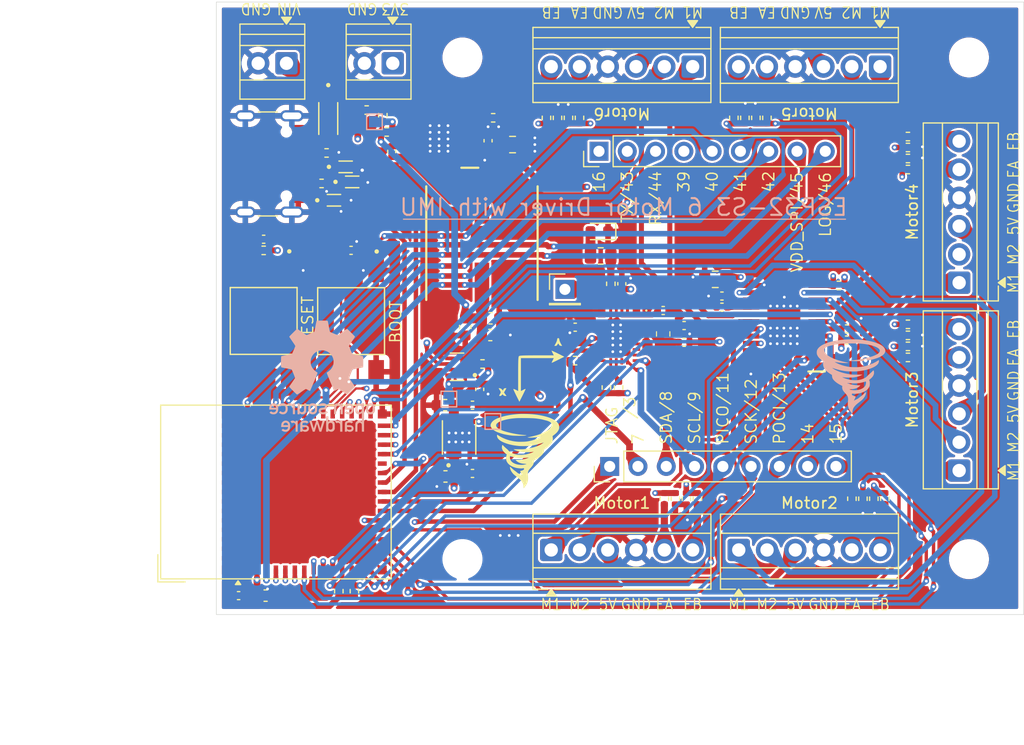
<source format=kicad_pcb>
(kicad_pcb (version 20241229) (generator "pcbnew") (generator_version "9.0")
  (title_block (title "ESP32-S3 6 Motor Driver with IMU"))
  (layers (0 "F.Cu" signal) (4 "In1.Cu" signal) (6 "In2.Cu" signal) (2 "B.Cu" signal) (13 "F.Paste" user) (15 "B.Paste" user) (5 "F.SilkS" user "F.Silkscreen") (7 "B.SilkS" user "B.Silkscreen") (1 "F.Mask" user) (3 "B.Mask" user) (25 "Edge.Cuts" user))
  (net 0 "")
  (net 1 "VIN")
  (net 2 "GND")
  (net 3 "Net-(U3-SW)")
  (net 4 "Net-(U3-BOOT)")
  (net 5 "Net-(U4-MODE)")
  (net 6 "+3V3")
  (net 7 "/RST")
  (net 8 "+5V")
  (net 9 "Net-(U1-IO0)")
  (net 10 "Net-(U6-XIN32)")
  (net 11 "Net-(U6-CAP)")
  (net 12 "Net-(U6-XOUT32{slash}CLKSEL1)")
  (net 13 "Net-(D1-PadA)")
  (net 14 "VBUS")
  (net 15 "/D-")
  (net 16 "/D+")
  (net 19 "Net-(J1-CC1)")
  (net 20 "Net-(J1-CC2)")
  (net 21 "/15")
  (net 22 "/JTAG{slash}3")
  (net 23 "/7")
  (net 24 "/SCL{slash}9")
  (net 25 "/14")
  (net 26 "/SDA{slash}8")
  (net 27 "/SCK{slash}12")
  (net 28 "/PICO{slash}11")
  (net 29 "/POCI{slash}13")
  (net 30 "/RX{slash}44")
  (net 31 "/39")
  (net 32 "/VDD_SPI{slash}45")
  (net 33 "/42")
  (net 34 "/TX{slash}43")
  (net 35 "/41")
  (net 36 "/40")
  (net 37 "/16")
  (net 38 "/LOG{slash}46")
  (net 39 "/BOOTN")
  (net 40 "/OUT2")
  (net 41 "/OUT1")
  (net 42 "Net-(Motor1-Pin_6)")
  (net 43 "Net-(Motor1-Pin_5)")
  (net 44 "/OUT3")
  (net 45 "/OUT4")
  (net 46 "Net-(Motor2-Pin_5)")
  (net 47 "Net-(Motor2-Pin_6)")
  (net 48 "Net-(Motor3-Pin_6)")
  (net 49 "/OUT5")
  (net 50 "/OUT6")
  (net 51 "Net-(Motor3-Pin_5)")
  (net 52 "/OUT8")
  (net 53 "/OUT7")
  (net 54 "Net-(Motor4-Pin_6)")
  (net 55 "Net-(Motor4-Pin_5)")
  (net 56 "Net-(Motor5-Pin_6)")
  (net 57 "Net-(Motor5-Pin_5)")
  (net 58 "/OUT9")
  (net 59 "/OUT10")
  (net 60 "Net-(Motor6-Pin_5)")
  (net 61 "Net-(Motor6-Pin_6)")
  (net 62 "/OUT12")
  (net 63 "/OUT11")
  (net 64 "Net-(U3-PG)")
  (net 65 "Net-(U3-RT{slash}SYNC)")
  (net 66 "Net-(U3-FB)")
  (net 67 "/47")
  (net 68 "/1")
  (net 69 "Net-(U6-ENV_SCL)")
  (net 70 "Net-(U6-ENV_SDA)")
  (net 71 "/2")
  (net 72 "Net-(U6-SA0{slash}H_MOSI)")
  (net 73 "/4")
  (net 74 "/5")
  (net 75 "/6")
  (net 76 "/21")
  (net 77 "/33")
  (net 78 "/34")
  (net 79 "/35")
  (net 80 "/36")
  (net 81 "/37")
  (net 82 "/38")
  (net 83 "/CS{slash}10")
  (net 84 "/IMU_INT")
  (net 86 "/IMU_RST")
  (net 87 "/48")
  (net 98 "Net-(U4-ST)")
  (net 99 "Net-(U2-PG)")
  (net 100 "Net-(D5-A)")
  (footprint "Capacitor_SMD:C_0603_1608Metric" (layer "F.Cu") (at 126.9 102.6)
    (property "Reference" "C5" (hide yes))
    (property "Value" "22 µF" (hide yes))
  )
  (footprint "Resistor_SMD:R_0402_1005Metric" (layer "F.Cu") (at 162.33 117.3 90)
    (property "Reference" "R22" (hide yes))
    (property "Value" "10 kΩ" (hide yes))
  )
  (footprint "LESD5D5.0CT1G:TVS_LESD5D5.0CT1G" (layer "F.Cu") (at 112.8625 90.5)
    (property "Reference" "D2")
    (property "Value" "LESD5D5.0CT1G" (hide yes))
  )
  (footprint "MountingHole:MountingHole_3.2mm_M3" (layer "F.Cu") (at 124.4 122.725)
    (property "Reference" "H4" (hide yes))
    (property "Value" "MountingHole" (hide yes))
  )
  (footprint "Capacitor_SMD:C_0805_2012Metric" (layer "F.Cu") (at 128.9 85.5)
    (property "Reference" "C1" (hide yes))
    (property "Value" "10 µF" (hide yes))
  )
  (footprint "Resistor_SMD:R_0402_1005Metric" (layer "F.Cu") (at 164.4 84.78 180)
    (property "Reference" "R30" (hide yes))
    (property "Value" "10 kΩ" (hide yes))
  )
  (footprint "Resistor_SMD:R_0402_1005Metric" (layer "F.Cu") (at 160.36 117.3 -90)
    (property "Reference" "R19" (hide yes))
    (property "Value" "20 kΩ" (hide yes))
  )
  (footprint "TPS2116DRLR:SOTFL50P160X60-8N" (layer "F.Cu") (at 123.915 105.45 180)
    (property "Reference" "U4")
    (property "Value" "TPS2116DRLR" (hide yes))
  )
  (footprint "Connector_PinHeader_2.54mm:PinHeader_1x01_P2.54mm_Vertical" (layer "F.Cu") (at 133.6 98.5)
    (property "Reference" "J4" (hide yes))
    (property "Value" "Conn_01x01" (hide yes))
  )
  (footprint "3-1437565-0:SW_3-1437565-0" (layer "F.Cu") (at 106.55 101.3375 -90)
    (property "Reference" "SW1")
    (property "Value" "3-1437565-0" (hide yes))
  )
  (footprint "Resistor_SMD:R_0402_1005Metric" (layer "F.Cu") (at 113.3 125.6 -90)
    (property "Reference" "R18" (hide yes))
    (property "Value" "4.7 kΩ" (hide yes))
  )
  (footprint "Capacitor_SMD:C_0402_1005Metric" (layer "F.Cu") (at 147.7 99.1 180)
    (property "Reference" "C17" (hide yes))
    (property "Value" "100 nF" (hide yes))
  )
  (footprint "Resistor_SMD:R_0402_1005Metric" (layer "F.Cu") (at 117.25 82.86 -90)
    (property "Reference" "R7" (hide yes))
    (property "Value" "100 kΩ" (hide yes))
  )
  (footprint "TerminalBlock:TerminalBlock_Xinya_XY308-2.54-6P_1x06_P2.54mm_Horizontal" (layer "F.Cu") (at 169 114.77 90)
    (property "Reference" "Motor3")
    (property "Value" "Screw_Terminal_01x06" (hide yes))
  )
  (footprint "RF_Module:ESP32-S2-MINI-1" (layer "F.Cu") (at 107.65 116.695 90)
    (property "Reference" "U1" (hide yes))
    (property "Value" "ESP32-S3-MINI-1" (hide yes))
  )
  (footprint "LESD5D5.0CT1G:TVS_LESD5D5.0CT1G" (layer "F.Cu") (at 114.5 88.85)
    (property "Reference" "D4")
    (property "Value" "LESD5D5.0CT1G" (hide yes))
  )
  (footprint "Capacitor_SMD:C_0402_1005Metric" (layer "F.Cu") (at 158.9 102.05)
    (property "Reference" "C19" (hide yes))
    (property "Value" "4.7 µF" (hide yes))
  )
  (footprint "LOGO" (layer "F.Cu") (at 130.5 105.8)
    (property "Reference" "G***" (hide yes))
    (property "Value" "LOGO" (hide yes))
  )
  (footprint "LED_SMD:LED_0603_1608Metric" (layer "F.Cu") (at 136.6865 93.3 180)
    (property "Reference" "D5" (hide yes))
    (property "Value" "LED" (hide yes))
  )
  (footprint "Capacitor_SMD:C_0402_1005Metric" (layer "F.Cu") (at 142.424 100.4)
    (property "Reference" "C23" (hide yes))
    (property "Value" "100 nF" (hide yes))
  )
  (footprint "TerminalBlock:TerminalBlock_Xinya_XY308-2.54-6P_1x06_P2.54mm_Horizontal" (layer "F.Cu") (at 132.37 121.9)
    (property "Reference" "Motor1")
    (property "Value" "Screw_Terminal_01x06" (hide yes))
  )
  (footprint "Resistor_SMD:R_0402_1005Metric" (layer "F.Cu") (at 164.4 102.63)
    (property "Reference" "R25" (hide yes))
    (property "Value" "20 kΩ" (hide yes))
  )
  (footprint "Resistor_SMD:R_0402_1005Metric" (layer "F.Cu") (at 149.76 83.1 90)
    (property "Reference" "R33" (hide yes))
    (property "Value" "20 kΩ" (hide yes))
  )
  (footprint "Capacitor_SMD:C_0603_1608Metric" (layer "F.Cu") (at 126.925 101.1)
    (property "Reference" "C4" (hide yes))
    (property "Value" "22 µF" (hide yes))
  )
  (footprint "Capacitor_SMD:C_0402_1005Metric" (layer "F.Cu") (at 104.3 126 180)
    (property "Reference" "C13" (hide yes))
    (property "Value" "100 nF" (hide yes))
  )
  (footprint "CM8V-T1A:CM8V32768TA020125" (layer "F.Cu") (at 142.424 102.5 90)
    (property "Reference" "Y1" (hide yes))
    (property "Value" "32.768 kHz" (hide yes))
  )
  (footprint "Resistor_SMD:R_0402_1005Metric" (layer "F.Cu") (at 132.935 83.1 90)
    (property "Reference" "R37" (hide yes))
    (property "Value" "20 kΩ" (hide yes))
  )
  (footprint "Resistor_SMD:R_0402_1005Metric" (layer "F.Cu") (at 143.52 117.3 -90)
    (property "Reference" "R13" (hide yes))
    (property "Value" "20 kΩ" (hide yes))
  )
  (footprint "Capacitor_SMD:C_0402_1005Metric" (layer "F.Cu") (at 125.3 115.03)
    (property "Reference" "C8" (hide yes))
    (property "Value" "100 nF" (hide yes))
  )
  (footprint "Capacitor_SMD:C_0402_1005Metric" (layer "F.Cu") (at 118.05 86.12 90)
    (property "Reference" "C3" (hide yes))
    (property "Value" "100 nF" (hide yes))
  )
  (footprint "Resistor_SMD:R_0402_1005Metric" (layer "F.Cu") (at 142.53 117.3 90)
    (property "Reference" "R10" (hide yes))
    (property "Value" "10 kΩ" (hide yes))
  )
  (footprint "BNO086:BNO086" (layer "F.Cu") (at 138.462 102.65)
    (property "Reference" "U6" (hide yes))
    (property "Value" "BNO086" (hide yes))
  )
  (footprint "Capacitor_SMD:C_0805_2012Metric" (layer "F.Cu") (at 147.1 97.6 180)
    (property "Reference" "C16" (hide yes))
    (property "Value" "10 µF" (hide yes))
  )
  (footprint "Resistor_SMD:R_0402_1005Metric" (layer "F.Cu") (at 106.55 95)
    (property "Reference" "R3" (hide yes))
    (property "Value" "10 kΩ" (hide yes))
  )
  (footprint "Capacitor_SMD:C_0402_1005Metric" (layer "F.Cu") (at 158.9 103.05)
    (property "Reference" "C25" (hide yes))
    (property "Value" "100 nF" (hide yes))
  )
  (footprint "Resistor_SMD:R_0402_1005Metric" (layer "F.Cu") (at 112.2 86.25 180)
    (property "Reference" "R1" (hide yes))
    (property "Value" "5.1 kΩ" (hide yes))
  )
  (footprint "LMR38020FDDAR:SOIC127P600X170-9N" (layer "F.Cu") (at 122.35 85 180)
    (property "Reference" "U3" (hide yes))
    (property "Value" "LMR38020FDDAR" (hide yes))
  )
  (footprint "Resistor_SMD:R_0402_1005Metric" (layer "F.Cu") (at 150.75 83.1 90)
    (property "Reference" "R31" (hide yes))
    (property "Value" "20 kΩ" (hide yes))
  )
  (footprint "Resistor_SMD:R_0402_1005Metric" (layer "F.Cu") (at 115.8 82.4 180)
    (property "Reference" "R8" (hide yes))
    (property "Value" "24.9 kΩ" (hide yes))
  )
  (footprint "Resistor_SMD:R_0402_1005Metric" (layer "F.Cu") (at 114.7 125.6 -90)
    (property "Reference" "R17" (hide yes))
    (property "Value" "4.7 kΩ" (hide yes))
  )
  (footprint "Resistor_SMD:R_0402_1005Metric" (layer "F.Cu") (at 164.4 86.75)
    (property "Reference" "R27" (hide yes))
    (property "Value" "20 kΩ" (hide yes))
  )
  (footprint "Resistor_SMD:R_0805_2012Metric" (layer "F.Cu") (at 136.8115 95.5)
    (property "Reference" "R40" (hide yes))
    (property "Value" "51 Ω" (hide yes))
  )
  (footprint "Capacitor_SMD:C_0402_1005Metric" (layer "F.Cu") (at 138.712 98 -90)
    (property "Reference" "C24" (hide yes))
    (property "Value" "100 nF" (hide yes))
  )
  (footprint "Capacitor_SMD:C_0402_1005Metric" (layer "F.Cu") (at 106.55 94 180)
    (property "Reference" "C9" (hide yes))
    (property "Value" "100 nF" (hide yes))
  )
  (footprint "Resistor_SMD:R_0402_1005Metric" (layer "F.Cu") (at 134.91 83.1 -90)
    (property "Reference" "R36" (hide yes))
    (property "Value" "10 kΩ" (hide yes))
  )
  (footprint "Capacitor_SMD:C_0402_1005Metric" (layer "F.Cu") (at 144.304 103.25)
    (property "Reference" "C22" (hide yes))
    (property "Value" "22 pF" (hide yes))
  )
  (footprint "Resistor_SMD:R_0402_1005Metric" (layer "F.Cu") (at 126.2 105.2)
    (property "Reference" "R39" (hide yes))
    (property "Value" "10 kΩ" (hide yes))
  )
  (footprint "DRV8912QPWPRQ1:SOP65P640X120-25N" (layer "F.Cu") (at 153.262 101.725 180)
    (property "Reference" "U5" (hide yes))
    (property "Value" "DRV8912QPWPRQ1" (hide yes))
  )
  (footprint "TerminalBlock:TerminalBlock_Xinya_XY308-2.54-6P_1x06_P2.54mm_Horizontal" (layer "F.Cu") (at 169 97.9 90)
    (property "Reference" "Motor4")
    (property "Value" "Screw_Terminal_01x06" (hide yes))
  )
  (footprint "Connector_USB:USB_C_Receptacle_GCT_USB4105-xx-A_16P_TopMnt_Horizontal" (layer "F.Cu") (at 105.975 87.24 -90)
    (property "Reference" "J1" (hide yes))
    (property "Value" "USB_C_Receptacle_USB2.0_16P" (hide yes))
  )
  (footprint "Capacitor_SMD:C_0402_1005Metric" (layer "F.Cu") (at 147.7 100.1 180)
    (property "Reference" "C18" (hide yes))
    (property "Value" "100 nF" (hide yes))
  )
  (footprint "MountingHole:MountingHole_3.2mm_M3" (layer "F.Cu") (at 124.4 77.675)
    (property "Reference" "H1" (hide yes))
    (property "Value" "MountingHole" (hide yes))
  )
  (footprint "MountingHole:MountingHole_3.2mm_M3" (layer "F.Cu") (at 169.88 122.725)
    (property "Reference" "H3" (hide yes))
    (property "Value" "MountingHole" (hide yes))
  )
  (footprint "Resistor_SMD:R_0402_1005Metric" (layer "F.Cu") (at 145.495 117.3 90)
    (property "Reference" "R15" (hide yes))
    (property "Value" "10 kΩ" (hide yes))
  )
  (footprint "Resistor_SMD:R_0402_1005Metric" (layer "F.Cu") (at 159.37 117.3 90)
    (property "Reference" "R20" (hide yes))
    (property "Value" "10 kΩ" (hide yes))
  )
  (footprint "Resistor_SMD:R_0402_1005Metric" (layer "F.Cu") (at 164.4 85.76)
    (property "Reference" "R29" (hide yes))
    (property "Value" "20 kΩ" (hide yes))
  )
  (footprint "Resistor_SMD:R_0402_1005Metric" (layer "F.Cu") (at 151.74 83.1 -90)
    (property "Reference" "R32" (hide yes))
    (property "Value" "10 kΩ" (hide yes))
  )
  (footprint "LOGO" (layer "F.Cu") (at 130 113)
    (property "Reference" "G***" (hide yes))
    (property "Value" "LOGO" (hide yes))
  )
  (footprint "LESD5D5.0CT1G:TVS_LESD5D5.0CT1G" (layer "F.Cu") (at 113.91 87.5)
    (property "Reference" "D3")
    (property "Value" "LESD5D5.0CT1G" (hide yes))
  )
  (footprint "Resistor_SMD:R_0402_1005Metric" (layer "F.Cu") (at 131.945 83.1 -90)
    (property "Reference" "R38" (hide yes))
    (property "Value" "10 kΩ" (hide yes))
  )
  (footprint "Capacitor_SMD:C_0402_1005Metric" (layer "F.Cu") (at 126.7 85.155 90)
    (property "Reference" "C2" (hide yes))
    (property "Value" "100 nF" (hide yes))
  )
  (footprint "Connector_PinHeader_2.54mm:PinHeader_1x09_P2.54mm_Vertical" (layer "F.Cu") (at 136.66 86.1 90)
    (property "Reference" "J3" (hide yes))
    (property "Value" "Conn_01x09" (hide yes))
  )
  (footprint "Capacitor_SMD:C_0402_1005Metric" (layer "F.Cu") (at 125.95 107.48 -90)
    (property "Reference" "C10" (hide yes))
    (property "Value" "100 nF" (hide yes))
  )
  (footprint "Capacitor_SMD:C_0603_1608Metric" (layer "F.Cu") (at 106.725 126)
    (property "Reference" "C12" (hide yes))
    (property "Value" "10 µF" (hide yes))
  )
  (footprint "3-1437565-0:SW_3-1437565-0" (layer "F.Cu") (at 114.4 101.35 -90)
    (property "Reference" "SW2")
    (property "Value" "3-1437565-0" (hide yes))
  )
  (footprint "TerminalBlock:TerminalBlock_Xinya_XY308-2.54-6P_1x06_P2.54mm_Horizontal" (layer "F.Cu") (at 145.07 78.5 180)
    (property "Reference" "Motor6")
    (property "Value" "Screw_Terminal_01x06" (hide yes))
  )
  (footprint "Capacitor_SMD:C_0603_1608Metric" (layer "F.Cu") (at 122.875 115.3 180)
    (property "Reference" "C7" (hide yes))
    (property "Value" "10 µF" (hide yes))
  )
  (footprint "TerminalBlock:TerminalBlock_Xinya_XY308-2.54-2P_1x02_P2.54mm_Horizontal" (layer "F.Cu") (at 118.14 78.2 180)
    (property "Reference" "J6" (hide yes))
    (property "Value" "Screw_Terminal_01x02" (hide yes))
  )
  (footprint "LD39200PU33R:SON95P300X300X100-7N" (layer "F.Cu") (at 124.1 111.8 90)
    (property "Reference" "U2")
    (property "Value" "LD39200PU33R" (hide yes))
  )
  (footprint "Resistor_SMD:R_0402_1005Metric" (layer "F.Cu") (at 148.77 83.1 -90)
    (property "Reference" "R34" (hide yes))
    (property "Value" "10 kΩ" (hide yes))
  )
  (footprint "MountingHole:MountingHole_3.2mm_M3" (layer "F.Cu") (at 169.88 77.675)
    (property "Reference" "H2" (hide yes))
    (property "Value" "MountingHole" (hide yes))
  )
  (footprint "TerminalBlock:TerminalBlock_Xinya_XY308-2.54-6P_1x06_P2.54mm_Horizontal" (layer "F.Cu") (at 161.9 78.5 180)
    (property "Reference" "Motor5")
    (property "Value" "Screw_Terminal_01x06" (hide yes))
  )
  (footprint "Resistor_SMD:R_0402_1005Metric" (layer "F.Cu") (at 161.34 117.3 -90)
    (property "Reference" "R21" (hide yes))
    (property "Value" "20 kΩ" (hide yes))
  )
  (footprint "Resistor_SMD:R_0402_1005Metric" (layer "F.Cu") (at 158.2 98.15)
    (property "Reference" "R9" (hide yes))
    (property "Value" "10 kΩ" (hide yes))
  )
  (footprint "Resistor_SMD:R_0402_1005Metric" (layer "F.Cu") (at 138.424 107.31 -90)
    (property "Reference" "R16" (hide yes))
    (property "Value" "10 kΩ" (hide yes))
  )
  (footprint "Capacitor_SMD:C_0402_1005Metric" (layer "F.Cu") (at 125.3 108.9)
    (property "Reference" "C15" (hide yes))
    (property "Value" "100 nF" (hide yes))
  )
  (footprint "Resistor_SMD:R_0402_1005Metric" (layer "F.Cu") (at 164.4 101.64 180)
    (property "Reference" "R26" (hide yes))
    (property "Value" "10 kΩ" (hide yes))
  )
  (footprint "Resistor_SMD:R_0402_1005Metric" (layer "F.Cu") (at 144.505 117.3 -90)
    (property "Reference" "R14" (hide yes))
    (property "Value" "20 kΩ" (hide yes))
  )
  (footprint "Resistor_SMD:R_0402_1005Metric" (layer "F.Cu") (at 117.6 84.365)
    (property "Reference" "R4" (hide yes))
    (property "Value" "10 kΩ" (hide yes))
  )
  (footprint "Capacitor_SMD:C_0402_1005Metric" (layer "F.Cu") (at 144.304 101.75)
    (property "Reference" "C20" (hide yes))
    (property "Value" "22 pF" (hide yes))
  )
  (footprint "Resistor_SMD:R_0402_1005Metric" (layer "F.Cu") (at 164.4 104.61 180)
    (property "Reference" "R24" (hide yes))
    (property "Value" "10 kΩ" (hide yes))
  )
  (footprint "Resistor_SMD:R_0402_1005Metric" (layer "F.Cu") (at 127.16 83.095 180)
    (property "Reference" "R6" (hide yes))
    (property "Value" "64.9 kΩ" (hide yes))
  )
  (footprint "MSS1038-153MLC:INDPM102100X400N" (layer "F.Cu") (at 126.15 94.35 -90)
    (property "Reference" "L1" (hide yes))
    (property "Value" "15 µH" (hide yes))
  )
  (footprint "1N5819HW-7-F:SOD3715X145N" (layer "F.Cu") (at 112.35 83.16 -90)
    (property "Reference" "D1")
    (property "Value" "1N5819HW-7-F" (hide yes))
  )
  (footprint "Resistor_SMD:R_0402_1005Metric" (layer "F.Cu") (at 164.4 103.62)
    (property "Reference" "R23" (hide yes))
    (property "Value" "20 kΩ" (hide yes))
  )
  (footprint "Connector_PinHeader_2.54mm:PinHeader_1x09_P2.54mm_Vertical" (layer "F.Cu") (at 137.62 114.4 90)
    (property "Reference" "J2" (hide yes))
    (property "Value" "Conn_01x09" (hide yes))
  )
  (footprint "Resistor_SMD:R_0402_1005Metric" (layer "F.Cu") (at 111.75 88.99 180)
    (property "Reference" "R2" (hide yes))
    (property "Value" "5.1 kΩ" (hide yes))
  )
  (footprint "Resistor_SMD:R_0402_1005Metric" (layer "F.Cu") (at 137.724 98 90)
    (property "Reference" "R5" (hide yes))
    (property "Value" "10 kΩ" (hide yes))
  )
  (footprint "Resistor_SMD:R_0402_1005Metric" (layer "F.Cu") (at 133.92 83.1 90)
    (property "Reference" "R35" (hide yes))
    (property "Value" "20 kΩ" (hide yes))
  )
  (footprint "Capacitor_SMD:C_0603_1608Metric" (layer "F.Cu") (at 124.65 101.875 -90)
    (property "Reference" "C6" (hide yes))
    (property "Value" "22 µF" (hide yes))
  )
  (footprint "Resistor_SMD:R_0402_1005Metric" (layer "F.Cu") (at 164.4 87.74 180)
    (property "Reference" "R28" (hide yes))
    (property "Value" "10 kΩ" (hide yes))
  )
  (footprint "Resistor_SMD:R_0402_1005Metric" (layer "F.Cu") (at 134.514 104.9 180)
    (property "Reference" "R11" (hide yes))
    (property "Value" "4.7 kΩ" (hide yes))
  )
  (footprint "TerminalBlock:TerminalBlock_Xinya_XY308-2.54-6P_1x06_P2.54mm_Horizontal" (layer "F.Cu") (at 149.21 121.9)
    (property "Reference" "Motor2")
    (property "Value" "Screw_Terminal_01x06" (hide yes))
  )
  (footprint "Resistor_SMD:R_0402_1005Metric" (layer "F.Cu") (at 137.324 107.31 -90)
    (property "Reference" "R12" (hide yes))
    (property "Value" "4.7 kΩ" (hide yes))
  )
  (footprint "Capacitor_SMD:C_0603_1608Metric" (layer "F.Cu") (at 122.85 108.9 180)
    (property "Reference" "C14" (hide yes))
    (property "Value" "10 µF" (hide yes))
  )
  (footprint "Capacitor_SMD:C_0402_1005Metric" (layer "F.Cu") (at 114.4 95 180)
    (property "Reference" "C11" (hide yes))
    (property "Value" "100 nF" (hide yes))
  )
  (footprint "TerminalBlock:TerminalBlock_Xinya_XY308-2.54-2P_1x02_P2.54mm_Horizontal" (layer "F.Cu") (at 108.6 78.2 180)
    (property "Reference" "J5" (hide yes))
    (property "Value" "Screw_Terminal_01x02" (hide yes))
  )
  (footprint "Capacitor_SMD:C_0402_1005Metric" (layer "F.Cu") (at 134.524 101.9)
    (property "Reference" "C21" (hide yes))
    (property "Value" "100 nF" (hide yes))
  )
  (footprint "TestPoint:TestPoint_Pad_1.0x1.0mm" (layer "B.Cu") (at 127.13 110.365 180)
    (property "Reference" "TP3" (hide yes))
    (property "Value" "TestPoint" (hide yes))
  )
  (footprint "LOGO" (layer "B.Cu") (at 111.8 106.3 180)
    (property "Reference" "G***" (hide yes))
    (property "Value" "LOGO" (hide yes))
  )
  (footprint "LOGO" (layer "B.Cu") (at 159.3 106.3 180)
    (property "Reference" "G***" (hide yes))
    (property "Value" "LOGO" (hide yes))
  )
  (footprint "TestPoint:TestPoint_Pad_1.0x1.0mm" (layer "B.Cu") (at 123.18 108.35 180)
    (property "Reference" "TP2" (hide yes))
    (property "Value" "TestPoint" (hide yes))
  )
  (footprint "TestPoint:TestPoint_Pad_1.0x1.0mm" (layer "B.Cu") (at 116.5 83.45 180)
    (property "Reference" "TP1" (hide yes))
    (property "Value" "TestPoint" (hide yes))
  )
  (gr_line (start 119.1 92.2) (end 158.8 92.2) (stroke (width 0.1)) (layer "B.SilkS"))
  (gr_rect (start 102.3 72.7) (end 174.8 127.7) (stroke (width 0.05)) (fill no) (layer "Edge.Cuts"))
  (gr_text "GND" (at 115.4 73.3 180) (layer "F.SilkS") (effects (font (size 1 0.9) (thickness 0.1125))))
  (gr_text "EB" (at 173.9 85.2 90) (layer "F.SilkS") (effects (font (size 1 0.9) (thickness 0.1125))))
  (gr_text "M1" (at 173.9 114.77 90) (layer "F.SilkS") (effects (font (size 1 0.9) (thickness 0.1125))))
  (gr_text "41" (at 149.36 87.8 90) (layer "F.SilkS") (effects (font (size 1 1) (thickness 0.125)) (justify right)))
  (gr_text "5V" (at 173.9 109.69 90) (layer "F.SilkS") (effects (font (size 1 0.9) (thickness 0.1125))))
  (gr_text "M1" (at 145.07 73.6 180) (layer "F.SilkS") (effects (font (size 1 0.9) (thickness 0.1125))))
  (gr_text "TX/43" (at 139.2 87.8 90) (layer "F.SilkS") (effects (font (size 1 1) (thickness 0.125)) (justify right)))
  (gr_text "5V" (at 156.82 73.6 180) (layer "F.SilkS") (effects (font (size 1 0.9) (thickness 0.1125))))
  (gr_text "42" (at 151.9 87.8 90) (layer "F.SilkS") (effects (font (size 1 1) (thickness 0.125)) (justify right)))
  (gr_text "M1" (at 161.9 73.6 180) (layer "F.SilkS") (effects (font (size 1 0.9) (thickness 0.1125))))
  (gr_text "5V" (at 173.9 92.82 90) (layer "F.SilkS") (effects (font (size 1 0.9) (thickness 0.1125))))
  (gr_text "POCI/13" (at 152.86 112.5 90) (layer "F.SilkS") (effects (font (size 1 1) (thickness 0.125)) (justify left)))
  (gr_text "GND" (at 173.9 90.28 90) (layer "F.SilkS") (effects (font (size 1 0.9) (thickness 0.1125))))
  (gr_text "RESET" (at 110.5 101.35 90) (layer "F.SilkS") (effects (font (size 1 1) (thickness 0.125))))
  (gr_text "M1" (at 132.37 126.8 0) (layer "F.SilkS") (effects (font (size 1 0.9) (thickness 0.1125))))
  (gr_text "EA" (at 134.91 73.6 180) (layer "F.SilkS") (effects (font (size 1 0.9) (thickness 0.1125))))
  (gr_text "VIN" (at 108.8 73.3 180) (layer "F.SilkS") (effects (font (size 1 0.9) (thickness 0.1125))))
  (gr_text "LOG/46" (at 156.98 87.9 90) (layer "F.SilkS") (effects (font (size 1 1) (thickness 0.125)) (justify right)))
  (gr_text "VDD_SPI/45" (at 154.44 87.9 90) (layer "F.SilkS") (effects (font (size 1 1) (thickness 0.125)) (justify right)))
  (gr_text "JTAG\n   /3" (at 138.62 112.5 90) (layer "F.SilkS") (effects (font (size 1 1) (thickness 0.125)) (justify left)))
  (gr_text "M2" (at 173.9 95.36 90) (layer "F.SilkS") (effects (font (size 1 0.9) (thickness 0.1125))))
  (gr_text "GND" (at 173.9 107.15 90) (layer "F.SilkS") (effects (font (size 1 0.9) (thickness 0.1125))))
  (gr_text "EA" (at 151.74 73.6 180) (layer "F.SilkS") (effects (font (size 1 0.9) (thickness 0.1125))))
  (gr_text "EB" (at 173.9 102.07 90) (layer "F.SilkS") (effects (font (size 1 0.9) (thickness 0.1125))))
  (gr_text "SCL/9" (at 145.24 112.5 90) (layer "F.SilkS") (effects (font (size 1 1) (thickness 0.125)) (justify left)))
  (gr_text "EB" (at 161.91 126.8 0) (layer "F.SilkS") (effects (font (size 1 0.9) (thickness 0.1125))))
  (gr_text "PICO/11" (at 147.78 112.5 90) (layer "F.SilkS") (effects (font (size 1 1) (thickness 0.125)) (justify left)))
  (gr_text "SDA/8" (at 142.7 112.5 90) (layer "F.SilkS") (effects (font (size 1 1) (thickness 0.125)) (justify left)))
  (gr_text "EB" (at 132.37 73.6 180) (layer "F.SilkS") (effects (font (size 1 0.9) (thickness 0.1125))))
  (gr_text "M1" (at 173.9 97.9 90) (layer "F.SilkS") (effects (font (size 1 0.9) (thickness 0.1125))))
  (gr_text "5V" (at 137.45 126.8 0) (layer "F.SilkS") (effects (font (size 1 0.9) (thickness 0.1125))))
  (gr_text "15" (at 157.94 112.5 90) (layer "F.SilkS") (effects (font (size 1 1) (thickness 0.125)) (justify left)))
  (gr_text "EA" (at 159.37 126.8 0) (layer "F.SilkS") (effects (font (size 1 0.9) (thickness 0.1125))))
  (gr_text "GND" (at 156.83 126.8 0) (layer "F.SilkS") (effects (font (size 1 0.9) (thickness 0.1125))))
  (gr_text "M2" (at 151.75 126.8 0) (layer "F.SilkS") (effects (font (size 1 0.9) (thickness 0.1125))))
  (gr_text "5V" (at 154.29 126.8 0) (layer "F.SilkS") (effects (font (size 1 0.9) (thickness 0.1125))))
  (gr_text "EA" (at 142.53 126.8 0) (layer "F.SilkS") (effects (font (size 1 0.9) (thickness 0.1125))))
  (gr_text "GND" (at 139.99 126.8 0) (layer "F.SilkS") (effects (font (size 1 0.9) (thickness 0.1125))))
  (gr_text "RX/44" (at 141.74 87.8 90) (layer "F.SilkS") (effects (font (size 1 1) (thickness 0.125)) (justify right)))
  (gr_text "5V" (at 139.99 73.6 180) (layer "F.SilkS") (effects (font (size 1 0.9) (thickness 0.1125))))
  (gr_text "BOOT" (at 118.4 101.4 90) (layer "F.SilkS") (effects (font (size 1 1) (thickness 0.125))))
  (gr_text "EA" (at 173.9 104.61 90) (layer "F.SilkS") (effects (font (size 1 0.9) (thickness 0.1125))))
  (gr_text "M2" (at 159.36 73.6 180) (layer "F.SilkS") (effects (font (size 1 0.9) (thickness 0.1125))))
  (gr_text "14" (at 155.4 112.5 90) (layer "F.SilkS") (effects (font (size 1 1) (thickness 0.125)) (justify left)))
  (gr_text "M2" (at 134.91 126.8 0) (layer "F.SilkS") (effects (font (size 1 0.9) (thickness 0.1125))))
  (gr_text "GND" (at 137.45 73.6 180) (layer "F.SilkS") (effects (font (size 1 0.9) (thickness 0.1125))))
  (gr_text "EB" (at 149.2 73.6 180) (layer "F.SilkS") (effects (font (size 1 0.9) (thickness 0.1125))))
  (gr_text "EA" (at 173.9 87.74 90) (layer "F.SilkS") (effects (font (size 1 0.9) (thickness 0.1125))))
  (gr_text "3V3" (at 118.34 73.3 180) (layer "F.SilkS") (effects (font (size 1 0.9) (thickness 0.1125))))
  (gr_text "16" (at 136.66 87.8 90) (layer "F.SilkS") (effects (font (size 1 1) (thickness 0.125)) (justify right)))
  (gr_text "7" (at 140.16 112.5 90) (layer "F.SilkS") (effects (font (size 1 1) (thickness 0.125)) (justify left)))
  (gr_text "GND" (at 105.86 73.3 180) (layer "F.SilkS") (effects (font (size 1 0.9) (thickness 0.1125))))
  (gr_text "SCK/12" (at 150.32 112.5 90) (layer "F.SilkS") (effects (font (size 1 1) (thickness 0.125)) (justify left)))
  (gr_text "M1" (at 149.21 126.8 0) (layer "F.SilkS") (effects (font (size 1 0.9) (thickness 0.1125))))
  (gr_text "40" (at 146.82 87.8 90) (layer "F.SilkS") (effects (font (size 1 1) (thickness 0.125)) (justify right)))
  (gr_text "EB" (at 145.07 126.8 0) (layer "F.SilkS") (effects (font (size 1 0.9) (thickness 0.1125))))
  (gr_text "M2" (at 173.9 112.23 90) (layer "F.SilkS") (effects (font (size 1 0.9) (thickness 0.1125))))
  (gr_text "GND" (at 154.28 73.6 180) (layer "F.SilkS") (effects (font (size 1 0.9) (thickness 0.1125))))
  (gr_text "M2" (at 142.53 73.6 180) (layer "F.SilkS") (effects (font (size 1 0.9) (thickness 0.1125))))
  (gr_text "39" (at 144.28 87.8 90) (layer "F.SilkS") (effects (font (size 1 1) (thickness 0.125)) (justify right)))
  (gr_text "ESP32-S3 6 Motor Driver with IMU" (at 159.1 92 0) (layer "B.SilkS") (effects (font (size 1.5 1.5) (thickness 0.1875)) (justify left bottom mirror)))
  (segment (start 127.95 85.5) (end 131.75 89.3) (width 0.56) (layer "F.Cu") (net 1))
  (segment (start 148.18 97.73) (end 148.05 97.6) (width 0.56) (layer "F.Cu") (net 1))
  (segment (start 127.815 85.635) (end 127.95 85.5) (width 0.56) (layer "F.Cu") (net 1))
  (segment (start 131.75 89.3) (end 135.6 89.3) (width 0.56) (layer "F.Cu") (net 1))
  (segment (start 148.18 99.1) (end 148.18 97.73) (width 0.56) (layer "F.Cu") (net 1))
  (segment (start 125.062 85.635) (end 126.7 85.635) (width 0.56) (layer "F.Cu") (net 1))
  (segment (start 126.4 80.2) (end 110.6 80.2) (width 0.56) (layer "F.Cu") (net 1))
  (segment (start 127.65 85.63) (end 128.17 85.63) (width 0.56) (layer "F.Cu") (net 1))
  (segment (start 128.6 84.85) (end 127.95 85.5) (width 0.56) (layer "F.Cu") (net 1))
  (segment (start 128.6 82.4) (end 126.4 80.2) (width 0.56) (layer "F.Cu") (net 1))
  (segment (start 149.4 97.4) (end 148.25 97.4) (width 0.5) (layer "F.Cu") (net 1))
  (segment (start 126.7 85.635) (end 127.815 85.635) (width 0.56) (layer "F.Cu") (net 1))
  (segment (start 150.324 103.35) (end 151.2 103.35) (width 0.45) (layer "F.Cu") (net 1))
  (segment (start 148.18 100.1) (end 148.18 99.1) (width 0.56) (layer "F.Cu") (net 1))
  (segment (start 110.6 80.2) (end 108.6 78.2) (width 0.56) (layer "F.Cu") (net 1))
  (segment (start 148.25 97.4) (end 148.05 97.6) (width 0.5) (layer "F.Cu") (net 1))
  (segment (start 128.6 82.4) (end 128.6 84.85) (width 0.56) (layer "F.Cu") (net 1))
  (segment (start 150.324 100.1) (end 148.18 100.1) (width 0.45) (layer "F.Cu") (net 1))
  (segment (start 125.062 85.635) (end 125.062 84.365) (width 0.65) (layer "F.Cu") (net 1))
  (via (at 135.6 89.3) (size 0.5) (drill 0.25) (layers "F.Cu" "B.Cu") (net 1))
  (via (at 151.2 103.35) (size 0.5) (drill 0.25) (layers "F.Cu" "B.Cu") (net 1))
  (via (at 149.4 97.4) (size 0.5) (drill 0.25) (layers "F.Cu" "B.Cu") (net 1))
  (segment (start 117.2 123.695) (end 116.005 122.5) (width 0.2) (layer "F.Cu") (net 2))
  (segment (start 116.005 122.5) (end 115.7 122.5) (width 0.2) (layer "F.Cu") (net 2))
  (segment (start 106.9 125.4) (end 107.5 126) (width 0.5) (layer "F.Cu") (net 2))
  (segment (start 117.395 123.695) (end 118.3 124.6) (width 0.2) (layer "F.Cu") (net 2))
  (segment (start 117.2 123.695) (end 117.395 123.695) (width 0.2) (layer "F.Cu") (net 2))
  (via (at 123.1 85) (size 0.5) (drill 0.25) (layers "F.Cu" "B.Cu") (net 2))
  (via (at 160.36 118.6) (size 0.5) (drill 0.25) (layers "F.Cu" "B.Cu") (net 2))
  (via (at 145.1 97.4) (size 0.5) (drill 0.25) (layers "F.Cu" "B.Cu") (net 2))
  (via (at 146.5 99.1) (size 0.5) (drill 0.25) (layers "F.Cu" "B.Cu") (net 2))
  (via (at 106.9 125.4) (size 0.5) (drill 0.25) (layers "F.Cu" "B.Cu") (net 2))
  (via (at 152.06 100) (size 0.5) (drill 0.25) (layers "F.Cu" "B.Cu") (net 2))
  (via (at 125 112.2) (size 0.5) (drill 0.25) (layers "F.Cu" "B.Cu") (net 2))
  (via (at 165.7 85.7) (size 0.5) (drill 0.25) (layers "F.Cu" "B.Cu") (net 2))
  (via (at 113.5 91.5) (size 0.5) (drill 0.25) (layers "F.Cu" "B.Cu") (net 2))
  (via (at 137.9 104.1) (size 0.5) (drill 0.25) (layers "F.Cu" "B.Cu") (net 2))
  (via (at 123.1 83.8) (size 0.5) (drill 0.25) (layers "F.Cu" "B.Cu") (net 2))
  (via (at 153.26 101.98) (size 0.5) (drill 0.25) (layers "F.Cu" "B.Cu") (net 2))
  (via (at 123.1 86.1) (size 0.5) (drill 0.25) (layers "F.Cu" "B.Cu") (net 2))
  (via (at 122.3 85.6) (size 0.5) (drill 0.25) (layers "F.Cu" "B.Cu") (net 2))
  (via (at 160.2 101.1) (size 0.5) (drill 0.25) (layers "F.Cu" "B.Cu") (net 2))
  (via (at 121.5 84.4) (size 0.5) (drill 0.25) (layers "F.Cu" "B.Cu") (net 2))
  (via (at 133 81.9) (size 0.5) (drill 0.25) (layers "F.Cu" "B.Cu") (net 2))
  (via (at 153.26 102.68) (size 0.5) (drill 0.25) (layers "F.Cu" "B.Cu") (net 2))
  (via (at 112.2 89.7) (size 0.5) (drill 0.25) (layers "F.Cu" "B.Cu") (net 2))
  (via (at 123.8 111.4) (size 0.5) (drill 0.25) (layers "F.Cu" "B.Cu") (net 2))
  (via (at 134.044 102.4) (size 0.5) (drill 0.25) (layers "F.Cu" "B.Cu") (net 2))
  (via (at 122.3 85) (size 0.5) (drill 0.25) (layers "F.Cu" "B.Cu") (net 2))
  (via (at 114.4 90.5) (size 0.5) (drill 0.25) (layers "F.Cu" "B.Cu") (net 2))
  (via (at 124.4 111.4) (size 0.5) (drill 0.25) (layers "F.Cu" "B.Cu") (net 2))
  (via (at 128.7 102.6) (size 0.5) (drill 0.25) (layers "F.Cu" "B.Cu") (net 2))
  (via (at 153.26 100) (size 0.5) (drill 0.25) (layers "F.Cu" "B.Cu") (net 2))
  (via (at 110.1 96.8) (size 0.5) (drill 0.25) (layers "F.Cu" "B.Cu") (net 2))
  (via (at 150.7 81.8) (size 0.5) (drill 0.25) (layers "F.Cu" "B.Cu") (net 2))
  (via (at 122.1 116.2) (size 0.5) (drill 0.25) (layers "F.Cu" "B.Cu") (net 2))
  (via (at 130.9 84.9) (size 0.5) (drill 0.25) (layers "F.Cu" "B.Cu") (net 2))
  (via (at 165.7 103.6) (size 0.5) (drill 0.25) (layers "F.Cu" "B.Cu") (net 2))
  (via (at 125 111.4) (size 0.5) (drill 0.25) (layers "F.Cu" "B.Cu") (net 2))
  (via (at 122.3 86.1) (size 0.5) (drill 0.25) (layers "F.Cu" "B.Cu") (net 2))
  (via (at 126.4 86.9) (size 0.5) (drill 0.25) (layers "F.Cu" "B.Cu") (net 2))
  (via (at 121.5 85) (size 0.5) (drill 0.25) (layers "F.Cu" "B.Cu") (net 2))
  (via (at 153.86 100) (size 0.5) (drill 0.25) (layers "F.Cu" "B.Cu") (net 2))
  (via (at 144.8 102.5) (size 0.5) (drill 0.25) (layers "F.Cu" "B.Cu") (net 2))
  (via (at 115.9 88.9) (size 0.5) (drill 0.25) (layers "F.Cu" "B.Cu") (net 2))
  (via (at 123.1 85.6) (size 0.5) (drill 0.25) (layers "F.Cu" "B.Cu") (net 2))
  (via (at 154.46 102.68) (size 0.5) (drill 0.25) (layers "F.Cu" "B.Cu") (net 2))
  (via (at 115.5 96.8) (size 0.5) (drill 0.25) (layers "F.Cu" "B.Cu") (net 2))
  (via (at 129.4 120.6) (size 0.5) (drill 0.25) (layers "F.Cu" "B.Cu") (net 2))
  (via (at 139.5 97.5) (size 0.5) (drill 0.25) (layers "F.Cu" "B.Cu") (net 2))
  (via (at 114.9 94.2) (size 0.5) (drill 0.25) (layers "F.Cu" "B.Cu") (net 2))
  (via (at 144.6 119.2) (size 0.5) (drill 0.25) (layers "F.Cu" "B.Cu") (net 2))
  (via (at 153.26 103.38) (size 0.5) (drill 0.25) (layers "F.Cu" "B.Cu") (net 2))
  (via (at 154.46 100) (size 0.5) (drill 0.25) (layers "F.Cu" "B.Cu") (net 2))
  (via (at 154.46 101.98) (size 0.5) (drill 0.25) (layers "F.Cu" "B.Cu") (net 2))
  (via (at 152.66 100) (size 0.5) (drill 0.25) (layers "F.Cu" "B.Cu") (net 2))
  (via (at 127.8 120.6) (size 0.5) (drill 0.25) (layers "F.Cu" "B.Cu") (net 2))
  (via (at 121.5 85.6) (size 0.5) (drill 0.25) (layers "F.Cu" "B.Cu") (net 2))
  (via (at 126.7 107.9) (size 0.5) (drill 0.25) (layers "F.Cu" "B.Cu") (net 2))
  (via (at 122.3 83.8) (size 0.5) (drill 0.25) (layers "F.Cu" "B.Cu") (net 2))
  (via (at 137.9 101.7) (size 0.5) (drill 0.25) (layers "F.Cu" "B.Cu") (net 2))
  (via (at 124.8 114.2) (size 0.5) (drill 0.25) (layers "F.Cu" "B.Cu") (net 2))
  (via (at 138.6 101.7) (size 0.5) (drill 0.25) (layers "F.Cu" "B.Cu") (net 2))
  (via (at 115.4 87.8) (size 0.6) (drill 0.3) (layers "F.Cu" "B.Cu") (net 2))
  (via (at 152.06 103.38) (size 0.5) (drill 0.25) (layers "F.Cu" "B.Cu") (net 2))
  (via (at 113.3 86.2) (size 0.5) (drill 0.25) (layers "F.Cu" "B.Cu") (net 2))
  (via (at 161.4 118.6) (size 0.5) (drill 0.25) (layers "F.Cu" "B.Cu") (net 2))
  (via (at 137.9 102.9) (size 0.5) (drill 0.25) (layers "F.Cu" "B.Cu") (net 2))
  (via (at 151.5 98.1) (size 0.5) (drill 0.25) (layers "F.Cu" "B.Cu") (net 2))
  (via (at 153.3 99.2) (size 0.5) (drill 0.25) (layers "F.Cu" "B.Cu") (net 2))
  (via (at 130.9 85.5) (size 0.5) (drill 0.25) (layers "F.Cu" "B.Cu") (net 2))
  (via (at 153.86 101.98) (size 0.5) (drill 0.25) (layers "F.Cu" "B.Cu") (net 2))
  (via (at 133.9 81.9) (size 0.5) (drill 0.25) (layers "F.Cu" "B.Cu") (net 2))
  (via (at 150.3 106.1) (size 0.5) (drill 0.25) (layers "F.Cu" "B.Cu") (net 2))
  (via (at 138.6 104.1) (size 0.5) (drill 0.25) (layers "F.Cu" "B.Cu") (net 2))
  (via (at 165.7 102.6) (size 0.5) (drill 0.25) (layers "F.Cu" "B.Cu") (net 2))
  (via (at 128.6 120.6) (size 0.5) (drill 0.25) (layers "F.Cu" "B.Cu") (net 2))
  (via (at 152.06 102.68) (size 0.5) (drill 0.25) (layers "F.Cu" "B.Cu") (net 2))
  (via (at 138.6 102.3) (size 0.5) (drill 0.25) (layers "F.Cu" "B.Cu") (net 2))
  (via (at 152.66 102.68) (size 0.5) (drill 0.25) (layers "F.Cu" "B.Cu") (net 2))
  (via (at 152.06 101.98) (size 0.5) (drill 0.25) (layers "F.Cu" "B.Cu") (net 2))
  (via (at 152.66 101.98) (size 0.5) (drill 0.25) (layers "F.Cu" "B.Cu") (net 2))
  (via (at 153.86 102.68) (size 0.5) (drill 0.25) (layers "F.Cu" "B.Cu") (net 2))
  (via (at 123.2 112.2) (size 0.5) (drill 0.25) (layers "F.Cu" "B.Cu") (net 2))
  (via (at 149.8 81.8) (size 0.5) (drill 0.25) (layers "F.Cu" "B.Cu") (net 2))
  (via (at 153.86 103.38) (size 0.5) (drill 0.25) (layers "F.Cu" "B.Cu") (net 2))
  (via (at 123.1 84.4) (size 0.5) (drill 0.25) (layers "F.Cu" "B.Cu") (net 2))
  (via (at 152.66 103.38) (size 0.5) (drill 0.25) (layers "F.Cu" "B.Cu") (net 2))
  (via (at 123.2 111.4) (size 0.5) (drill 0.25) (layers "F.Cu" "B.Cu") (net 2))
  (via (at 138.6 103.5) (size 0.5) (drill 0.25) (layers "F.Cu" "B.Cu") (net 2))
  (via (at 127.65 83.9) (size 0.5) (drill 0.25) (layers "F.Cu" "B.Cu") (net 2))
  (via (at 121.5 86.1) (size 0.5) (drill 0.25) (layers "F.Cu" "B.Cu") (net 2))
  (via (at 165.7 86.7) (size 0.5) (drill 0.25) (layers "F.Cu" "B.Cu") (net 2))
  (via (at 123.8 112.2) (size 0.5) (drill 0.25) (layers "F.Cu" "B.Cu") (net 2))
  (via (at 126.7 83.9) (size 0.5) (drill 0.25) (layers "F.Cu" "B.Cu") (net 2))
  (via (at 121.5 83.8) (size 0.5) (drill 0.25) (layers "F.Cu" "B.Cu") (net 2))
  (via (at 130.9 86.1) (size 0.5) (drill 0.25) (layers "F.Cu" "B.Cu") (net 2))
  (via (at 137.9 103.5) (size 0.5) (drill 0.25) (layers "F.Cu" "B.Cu") (net 2))
  (via (at 154.46 103.38) (size 0.5) (drill 0.25) (layers "F.Cu" "B.Cu") (net 2))
  (via (at 138.6 102.9) (size 0.5) (drill 0.25) (layers "F.Cu" "B.Cu") (net 2))
  (via (at 122.3 84.4) (size 0.5) (drill 0.25) (layers "F.Cu" "B.Cu") (net 2))
  (via (at 124.4 112.2) (size 0.5) (drill 0.25) (layers "F.Cu" "B.Cu") (net 2))
  (via (at 137.9 102.3) (size 0.5) (drill 0.25) (layers "F.Cu" "B.Cu") (net 2))
  (segment (start 123.333 90.6) (end 126.15 90.6) (width 0.56) (layer "F.Cu") (net 3))
  (segment (start 118.05 86.6) (end 119.333 86.6) (width 0.56) (layer "F.Cu") (net 3))
  (segment (start 119.638 86.905) (end 123.333 90.6) (width 0.56) (layer "F.Cu") (net 3))
  (segment (start 119.333 86.6) (end 119.638 86.905) (width 0.56) (layer "F.Cu") (net 3))
  (segment (start 118.05 85.64) (end 119.633 85.64) (width 0.56) (layer "F.Cu") (net 4))
  (segment (start 119.633 85.64) (end 119.638 85.635) (width 0.2) (layer "F.Cu") (net 4))
  (segment (start 117.25 83.37) (end 117.25 84.205) (width 0.2) (layer "F.Cu") (net 5))
  (segment (start 126.125 102.6) (end 126.125 103.514) (width 0.9) (layer "F.Cu") (net 5))
  (segment (start 117.25 84.205) (end 117.09 84.365) (width 0.2) (layer "F.Cu") (net 5))
  (segment (start 124.7 99.9) (end 124.65 99.95) (width 0.6) (layer "F.Cu") (net 5))
  (segment (start 126.15 101.1) (end 126.15 98.1) (width 0.9) (layer "F.Cu") (net 5))
  (segment (start 124.65 104.7) (end 124.65 105.2) (width 0.32) (layer "F.Cu") (net 5))
  (segment (start 124.65 104.7) (end 123.18 104.7) (width 0.32) (layer "F.Cu") (net 5))
  (segment (start 126.15 102.575) (end 126.125 102.6) (width 0.9) (layer "F.Cu") (net 5))
  (segment (start 124.65 99.95) (end 124.65 101.1) (width 0.6) (layer "F.Cu") (net 5))
  (segment (start 126.15 101.1) (end 124.65 101.1) (width 0.9) (layer "F.Cu") (net 5))
  (segment (start 117.09 84.365) (end 117.09 85.25) (width 0.54) (layer "F.Cu") (net 5))
  (segment (start 124.65 105.2) (end 125.69 105.2) (width 0.32) (layer "F.Cu") (net 5))
  (segment (start 126.125 103.514) (end 124.65 104.989) (width 0.9) (layer "F.Cu") (net 5))
  (segment (start 126.15 101.1) (end 126.15 102.575) (width 0.9) (layer "F.Cu") (net 5))
  (via (at 117.09 85.25) (size 0.6) (drill 0.3) (layers "F.Cu" "B.Cu") (net 5))
  (via (at 124.7 99.9) (size 0.6) (drill 0.3) (layers "F.Cu" "B.Cu") (net 5))
  (segment (start 123.7 91.86) (end 117.09 85.25) (width 0.6) (layer "B.Cu") (net 5))
  (segment (start 124.7 99.9) (end 123.7 98.9) (width 0.6) (layer "B.Cu") (net 5))
  (segment (start 123.7 98.9) (end 123.7 91.86) (width 0.6) (layer "B.Cu") (net 5))
  (segment (start 138.712 98.48) (end 139.524 98.48) (width 0.56) (layer "F.Cu") (net 6))
  (segment (start 138.712 100.8755) (end 138.712 100.338) (width 0.25) (layer "F.Cu") (net 6))
  (segment (start 134.004 105.219999) (end 134.004 104.9) (width 0.54) (layer "F.Cu") (net 6))
  (segment (start 107.06 95) (end 107.8 95) (width 0.54) (layer "F.Cu") (net 6))
  (segment (start 136.604001 107.82) (end 134.004 105.219999) (width 0.54) (layer "F.Cu") (net 6))
  (segment (start 105.95 123.695) (end 105.95 124.6) (width 0.4) (layer "F.Cu") (net 6))
  (segment (start 156.2 102.05) (end 158.42 102.05) (width 0.45) (layer "F.Cu") (net 6))
  (segment (start 138.712 98.48) (end 138.712 98.478) (width 0.25) (layer "F.Cu") (net 6))
  (segment (start 140.024 100.9) (end 138.7365 100.9) (width 0.25) (layer "F.Cu") (net 6))
  (segment (start 105.95 124.6) (end 105.95 126) (width 0.6) (layer "F.Cu") (net 6))
  (segment (start 138.712 98.478) (end 137.724 97.49) (width 0.25) (layer "F.Cu") (net 6))
  (segment (start 158.42 102.05) (end 158.42 103.05) (width 0.54) (layer "F.Cu") (net 6))
  (segment (start 138.7365 100.9) (end 138.712 100.8755) (width 0.25) (layer "F.Cu") (net 6))
  (segment (start 124.82 115.03) (end 123.92 115.03) (width 0.62) (layer "F.Cu") (net 6))
  (segment (start 123.65 115.3) (end 123.65 113.235) (width 0.9) (layer "F.Cu") (net 6))
  (segment (start 113.3 126.11) (end 114.7 126.11) (width 0.54) (layer "F.Cu") (net 6))
  (segment (start 137.724 97.49) (end 137.724 95.5) (width 0.64) (layer "F.Cu") (net 6))
  (segment (start 123.92 115.03) (end 123.65 115.3) (width 0.62) (layer "F.Cu") (net 6))
  (segment (start 158.42 103.05) (end 158.42 103.8) (width 0.54) (layer "F.Cu") (net 6))
  (segment (start 138.424 107.82) (end 139.224 107.82) (width 0.54) (layer "F.Cu") (net 6))
  (segment (start 138.712 100.338) (end 138.712 98.48) (width 0.25) (layer "F.Cu") (net 6))
  (segment (start 158.71 98.15) (end 158.71 97.4) (width 0.54) (layer "F.Cu") (net 6))
  (segment (start 140.024 100.9) (end 141.444 100.9) (width 0.25) (layer "F.Cu") (net 6))
  (segment (start 104.78 126) (end 105.95 126) (width 0.62) (layer "F.Cu") (net 6))
  (segment (start 123.65 116.36) (end 123.65 115.3) (width 0.6) (layer "F.Cu") (net 6))
  (segment (start 106.879 126.929) (end 105.95 126) (width 0.54) (layer "F.Cu") (net 6))
  (segment (start 123.15 113.235) (end 123.65 113.235) (width 0.4) (layer "F.Cu") (net 6))
  (segment (start 113.3 126.11) (end 112.481 126.929) (width 0.54) (layer "F.Cu") (net 6))
  (segment (start 138.424 107.82) (end 137.324 107.82) (width 0.54) (layer "F.Cu") (net 6))
  (segment (start 112.481 126.929) (end 106.879 126.929) (width 0.54) (layer "F.Cu") (net 6))
  (segment (start 141.444 100.9) (end 141.944 100.4) (width 0.25) (layer "F.Cu") (net 6))
  (segment (start 137.324 107.82) (end 136.604001 107.82) (width 0.54) (layer "F.Cu") (net 6))
  (segment (start 123.65 113.235) (end 124.1 113.235) (width 0.4) (layer "F.Cu") (net 6))
  (via (at 139.224 107.82) (size 0.6) (drill 0.3) (layers "F.Cu" "B.Cu") (net 6))
  (via (at 105.95 124.6) (size 0.6) (drill 0.3) (layers "F.Cu" "B.Cu") (net 6))
  (via (at 139.524 98.48) (size 0.6) (drill 0.3) (layers "F.Cu" "B.Cu") (net 6))
  (via (at 107.8 95) (size 0.6) (drill 0.3) (layers "F.Cu" "B.Cu") (net 6))
  (via (at 158.42 103.8) (size 0.6) (drill 0.3) (layers "F.Cu" "B.Cu") (net 6))
  (via (at 158.71 97.4) (size 0.6) (drill 0.3) (layers "F.Cu" "B.Cu") (net 6))
  (via (at 123.65 116.36) (size 0.6) (drill 0.3) (layers "F.Cu" "B.Cu") (net 6))
  (segment (start 106.04 95) (end 106.04 95.0475) (width 0.54) (layer "F.Cu") (net 7))
  (segment (start 106.04 95) (end 106.04 94.03) (width 0.54) (layer "F.Cu") (net 7))
  (segment (start 106.04 94.03) (end 106.07 94) (width 0.54) (layer "F.Cu") (net 7))
  (segment (start 106.04 95.0475) (end 104.3 96.7875) (width 0.54) (layer "F.Cu") (net 7))
  (segment (start 104.25 105.9375) (end 104.3 105.8875) (width 0.4) (layer "F.Cu") (net 7))
  (segment (start 104.3 96.7875) (end 104.3 105.8875) (width 1.4) (layer "F.Cu") (net 7))
  (segment (start 104.25 109.695) (end 104.25 105.9375) (width 0.4) (layer "F.Cu") (net 7))
  (segment (start 152.2 124.6) (end 154.29 122.51) (width 0.6) (layer "F.Cu") (net 8))
  (segment (start 141.89 76.6) (end 154.92 76.6) (width 0.6) (layer "F.Cu") (net 8))
  (segment (start 154.29 122.51) (end 154.29 121.9) (width 0.6) (layer "F.Cu") (net 8))
  (segment (start 124.82 107.820001) (end 125.640001 107) (width 0.62) (layer "F.Cu") (net 8))
  (segment (start 139.99 78.5) (end 141.89 76.6) (width 0.6) (layer "F.Cu") (net 8))
  (segment (start 137.45 123.05) (end 139 124.6) (width 0.6) (layer "F.Cu") (net 8))
  (segment (start 125.95 107) (end 130.3 107) (width 0.6) (layer "F.Cu") (net 8))
  (segment (start 125.640001 107) (end 125.95 107) (width 0.62) (layer "F.Cu") (net 8))
  (segment (start 130.3 107) (end 131.4 108.1) (width 0.6) (layer "F.Cu") (net 8))
  (segment (start 123.18 105.7) (end 124.65 105.7) (width 0.32) (layer "F.Cu") (net 8))
  (segment (start 125.95 106.55) (end 125.95 107) (width 0.32) (layer "F.Cu") (net 8))
  (segment (start 154.92 76.6) (end 156.82 78.5) (width 0.6) (layer "F.Cu") (net 8))
  (segment (start 171.1 94.92) (end 169 92.82) (width 0.6) (layer "F.Cu") (net 8))
  (segment (start 123.65 110.365) (end 124.1 110.365) (width 0.4) (layer "F.Cu") (net 8))
  (segment (start 123.625 108.9) (end 123.625 110.34) (width 0.9) (layer "F.Cu") (net 8))
  (segment (start 171.1 107.59) (end 171.1 94.92) (width 0.6) (layer "F.Cu") (net 8))
  (segment (start 124.65 105.7) (end 125.1 105.7) (width 0.32) (layer "F.Cu") (net 8))
  (segment (start 125.1 105.7) (end 125.95 106.55) (width 0.32) (layer "F.Cu") (net 8))
  (segment (start 139 124.6) (end 152.2 124.6) (width 0.6) (layer "F.Cu") (net 8))
  (segment (start 124.82 108.9) (end 124.82 107.820001) (width 0.62) (layer "F.Cu") (net 8))
  (segment (start 123.15 110.365) (end 123.65 110.365) (width 0.4) (layer "F.Cu") (net 8))
  (segment (start 123.625 108.9) (end 124.82 108.9) (width 0.62) (layer "F.Cu") (net 8))
  (segment (start 169 109.69) (end 171.1 107.59) (width 0.6) (layer "F.Cu") (net 8))
  (segment (start 137.45 121.9) (end 137.45 123.05) (width 0.6) (layer "F.Cu") (net 8))
  (segment (start 123.625 110.34) (end 123.65 110.365) (width 0.9) (layer "F.Cu") (net 8))
  (via (at 131.4 108.1) (size 0.6) (drill 0.3) (layers "F.Cu" "B.Cu") (net 8))
  (segment (start 112.15 107.55) (end 112.15 105.9) (width 0.6) (layer "F.Cu") (net 9))
  (segment (start 112.15 96.8) (end 112.15 105.9) (width 1.4) (layer "F.Cu") (net 9))
  (segment (start 106.8 123.695) (end 106.8 124.6) (width 0.4) (layer "F.Cu") (net 9))
  (segment (start 113.92 95) (end 113.92 95.03) (width 0.54) (layer "F.Cu") (net 9))
  (segment (start 113.92 95.03) (end 112.15 96.8) (width 0.54) (layer "F.Cu") (net 9))
  (via (at 106.8 124.6) (size 0.6) (drill 0.3) (layers "F.Cu" "B.Cu") (net 9))
  (via (at 112.15 107.55) (size 0.6) (drill 0.3) (layers "F.Cu" "B.Cu") (net 9))
  (segment (start 112.15 107.55) (end 112.15 108.55) (width 0.6) (layer "B.Cu") (net 9))
  (segment (start 106.8 113.9) (end 106.8 124.6) (width 0.6) (layer "B.Cu") (net 9))
  (segment (start 112.15 108.55) (end 106.8 113.9) (width 0.6) (layer "B.Cu") (net 9))
  (segment (start 143.824 101.75) (end 142.424 101.75) (width 0.62) (layer "F.Cu") (net 10))
  (segment (start 140.024 101.4) (end 142.074 101.4) (width 0.25) (layer "F.Cu") (net 10))
  (segment (start 142.074 101.4) (end 142.424 101.75) (width 0.25) (layer "F.Cu") (net 10))
  (segment (start 136.9 101.9) (end 135.004 101.9) (width 0.25) (layer "F.Cu") (net 11))
  (segment (start 143.824 103.25) (end 142.424 103.25) (width 0.62) (layer "F.Cu") (net 12))
  (segment (start 140.624 101.9) (end 141.974 103.25) (width 0.25) (layer "F.Cu") (net 12))
  (segment (start 141.974 103.25) (end 142.424 103.25) (width 0.25) (layer "F.Cu") (net 12))
  (segment (start 140.024 101.9) (end 140.624 101.9) (width 0.25) (layer "F.Cu") (net 12))
  (segment (start 110.69 89.64) (end 111.55 90.5) (width 0.4) (layer "F.Cu") (net 13))
  (segment (start 109.655 89.64) (end 110.69 89.64) (width 0.4) (layer "F.Cu") (net 13))
  (segment (start 109.655 89.64) (end 109.196176 89.64) (width 0.2) (layer "F.Cu") (net 13))
  (segment (start 111.55 90.5) (end 112.2025 90.5) (width 0.4) (layer "F.Cu") (net 13))
  (segment (start 109.196176 89.64) (end 108.378 88.821824) (width 0.2) (layer "F.Cu") (net 13))
  (segment (start 109.046008 84.84) (end 109.655 84.84) (width 0.2) (layer "F.Cu") (net 13))
  (segment (start 108.378 88.821824) (end 108.378 85.508008) (width 0.2) (layer "F.Cu") (net 13))
  (segment (start 109.655 84.84) (end 112.35 84.84) (width 0.6) (layer "F.Cu") (net 13))
  (segment (start 108.378 85.508008) (end 109.046008 84.84) (width 0.2) (layer "F.Cu") (net 13))
  (segment (start 112.88 81.48) (end 112.35 81.48) (width 0.6) (layer "F.Cu") (net 14))
  (segment (start 122.2 105.2) (end 123.18 105.2) (width 0.32) (layer "F.Cu") (net 14))
  (segment (start 115 83.6) (end 112.88 81.48) (width 0.6) (layer "F.Cu") (net 14))
  (segment (start 121.2 103.3) (end 121.2 104.2) (width 0.32) (layer "F.Cu") (net 14))
  (segment (start 121.2 104.2) (end 122.2 105.2) (width 0.32) (layer "F.Cu") (net 14))
  (segment (start 115 85) (end 115 83.6) (width 0.6) (layer "F.Cu") (net 14))
  (via (at 115 85) (size 0.6) (drill 0.3) (layers "F.Cu" "B.Cu") (net 14))
  (via (at 121.2 103.3) (size 0.6) (drill 0.3) (layers "F.Cu" "B.Cu") (net 14))
  (segment (start 114.2 86.55) (end 115.3 86.55) (width 0.4) (layer "F.Cu") (net 15))
  (segment (start 110.39 86.49) (end 111.4 87.5) (width 0.2) (layer "F.Cu") (net 15))
  (segment (start 120.22 114.76) (end 118.285 116.695) (width 0.4) (layer "F.Cu") (net 15))
  (segment (start 109.655 87.49) (end 109.046176 87.49) (width 0.2) (layer "F.Cu") (net 15))
  (segment (start 109.046176 87.49) (end 108.779 87.222824) (width 0.2) (layer "F.Cu") (net 15))
  (segment (start 108.81 86.49) (end 109.655 86.49) (width 0.2) (layer "F.Cu") (net 15))
  (segment (start 115.3 86.55) (end 120.22 91.47) (width 0.4) (layer "F.Cu") (net 15))
  (segment (start 111.4 87.5) (end 113.25 87.5) (width 0.2) (layer "F.Cu") (net 15))
  (segment (start 120.22 91.47) (end 120.22 114.76) (width 0.4) (layer "F.Cu") (net 15))
  (segment (start 109.655 86.49) (end 110.39 86.49) (width 0.2) (layer "F.Cu") (net 15))
  (segment (start 108.779 87.222824) (end 108.779 86.521) (width 0.2) (layer "F.Cu") (net 15))
  (segment (start 108.779 86.521) (end 108.81 86.49) (width 0.2) (layer "F.Cu") (net 15))
  (segment (start 113.25 87.5) (end 114.2 86.55) (width 0.4) (layer "F.Cu") (net 15))
  (segment (start 118.285 116.695) (end 117.2 116.695) (width 0.4) (layer "F.Cu") (net 15))
  (segment (start 119.2 94.21) (end 113.84 88.85) (width 0.4) (layer "F.Cu") (net 16))
  (segment (start 113.4 88.85) (end 113.84 88.85) (width 0.2) (layer "F.Cu") (net 16))
  (segment (start 110.263824 87.99) (end 109.655 87.99) (width 0.2) (layer "F.Cu") (net 16))
  (segment (start 109.655 87.99) (end 112.54 87.99) (width 0.2) (layer "F.Cu") (net 16))
  (segment (start 119.2 114.197) (end 117.552 115.845) (width 0.4) (layer "F.Cu") (net 16))
  (segment (start 109.655 86.99) (end 110.263824 86.99) (width 0.2) (layer "F.Cu") (net 16))
  (segment (start 112.54 87.99) (end 113.4 88.85) (width 0.2) (layer "F.Cu") (net 16))
  (segment (start 117.552 115.845) (end 117.2 115.845) (width 0.4) (layer "F.Cu") (net 16))
  (segment (start 110.531 87.257176) (end 110.531 87.722824) (width 0.2) (layer "F.Cu") (net 16))
  (segment (start 110.263824 86.99) (end 110.531 87.257176) (width 0.2) (layer "F.Cu") (net 16))
  (segment (start 110.531 87.722824) (end 110.263824 87.99) (width 0.2) (layer "F.Cu") (net 16))
  (segment (start 119.2 94.21) (end 119.2 114.197) (width 0.4) (layer "F.Cu") (net 16))
  (segment (start 109.655 85.99) (end 111.43 85.99) (width 0.3) (layer "F.Cu") (net 19))
  (segment (start 111.43 85.99) (end 111.69 86.25) (width 0.3) (layer "F.Cu") (net 19))
  (segment (start 109.655 88.99) (end 111.24 88.99) (width 0.3) (layer "F.Cu") (net 20))
  (segment (start 160.9 125.6) (end 163.6 122.9) (width 0.3) (layer "F.Cu") (net 21))
  (segment (start 163.6 122.9) (end 163.6 116.9) (width 0.3) (layer "F.Cu") (net 21))
  (segment (start 117.2 120.095) (end 125.995 120.095) (width 0.3) (layer "F.Cu") (net 21))
  (segment (start 161.1 114.4) (end 157.94 114.4) (width 0.3) (layer "F.Cu") (net 21))
  (segment (start 131.5 125.6) (end 160.9 125.6) (width 0.3) (layer "F.Cu") (net 21))
  (segment (start 125.995 120.095) (end 131.5 125.6) (width 0.3) (layer "F.Cu") (net 21))
  (segment (start 163.6 116.9) (end 161.1 114.4) (width 0.3) (layer "F.Cu") (net 21))
  (segment (start 132.67 119.35) (end 137.62 114.4) (width 0.4) (layer "F.Cu") (net 22))
  (segment (start 120.15 119.35) (end 132.67 119.35) (width 0.4) (layer "F.Cu") (net 22))
  (segment (start 120.1 119.4) (end 120.15 119.35) (width 0.4) (layer "F.Cu") (net 22))
  (segment (start 109.35 123.695) (end 109.35 124.645) (width 0.4) (layer "F.Cu") (net 22))
  (via (at 120.1 119.4) (size 0.5) (drill 0.25) (layers "F.Cu" "B.Cu") (net 22))
  (via (at 109.35 124.645) (size 0.5) (drill 0.25) (layers "F.Cu" "B.Cu") (net 22))
  (segment (start 139.4 113.64) (end 140.16 114.4) (width 0.6) (layer "F.Cu") (net 23))
  (segment (start 112.75 123.695) (end 112.75 122.9) (width 0.4) (layer "F.Cu") (net 23))
  (segment (start 139.4 112.4) (end 139.4 113.64) (width 0.6) (layer "F.Cu") (net 23))
  (segment (start 135.2 108.2) (end 139.4 112.4) (width 0.6) (layer "F.Cu") (net 23))
  (via (at 135.2 108.2) (size 0.6) (drill 0.3) (layers "F.Cu" "B.Cu") (net 23))
  (via (at 112.75 122.9) (size 0.5) (drill 0.25) (layers "F.Cu" "B.Cu") (net 23))
  (segment (start 135.2 108.2) (end 130 113.4) (width 0.3) (layer "B.Cu") (net 23))
  (segment (start 130 113.4) (end 122.25 113.4) (width 0.3) (layer "B.Cu") (net 23))
  (segment (start 122.25 113.4) (end 112.75 122.9) (width 0.3) (layer "B.Cu") (net 23))
  (segment (start 139.212 104.963) (end 140.049 105.8) (width 0.25) (layer "F.Cu") (net 24))
  (segment (start 114.45 123.695) (end 114.45 124.84) (width 0.4) (layer "F.Cu") (net 24))
  (segment (start 140.049 105.8) (end 140.424 105.8) (width 0.25) (layer "F.Cu") (net 24))
  (segment (start 114.7 125.09) (end 115.2 125.09) (width 0.54) (layer "F.Cu") (net 24))
  (segment (start 114.45 124.84) (end 114.7 125.09) (width 0.4) (layer "F.Cu") (net 24))
  (via (at 115.2 125.09) (size 0.6) (drill 0.3) (layers "F.Cu" "B.Cu") (net 24))
  (via (at 140.424 105.8) (size 0.6) (drill 0.3) (layers "F.Cu" "B.Cu") (net 24))
  (segment (start 130.6 117.7) (end 140.424 107.876) (width 0.3) (layer "B.Cu") (net 24))
  (segment (start 140.424 109.584) (end 145.24 114.4) (width 0.6) (layer "B.Cu") (net 24))
  (segment (start 115.5 125.09) (end 115.2 125.09) (width 0.25) (layer "B.Cu") (net 24))
  (segment (start 115.5 125.09) (end 122.89 117.7) (width 0.3) (layer "B.Cu") (net 24))
  (segment (start 140.424 107.876) (end 140.424 105.8) (width 0.25) (layer "B.Cu") (net 24))
  (segment (start 140.424 105.8) (end 140.424 109.584) (width 0.6) (layer "B.Cu") (net 24))
  (segment (start 122.89 117.7) (end 130.6 117.7) (width 0.3) (layer "B.Cu") (net 24))
  (segment (start 123.1 126.3) (end 161.7 126.3) (width 0.3) (layer "F.Cu") (net 25))
  (segment (start 156.7 113.1) (end 155.4 114.4) (width 0.3) (layer "F.Cu") (net 25))
  (segment (start 117.2 120.945) (end 117.745 120.945) (width 0.3) (layer "F.Cu") (net 25))
  (segment (start 164.5 123.5) (end 164.5 116.842565) (width 0.3) (layer "F.Cu") (net 25))
  (segment (start 164.5 116.842565) (end 160.757435 113.1) (width 0.3) (layer "F.Cu") (net 25))
  (segment (start 160.757435 113.1) (end 156.7 113.1) (width 0.3) (layer "F.Cu") (net 25))
  (segment (start 161.7 126.3) (end 164.5 123.5) (width 0.3) (layer "F.Cu") (net 25))
  (segment (start 117.745 120.945) (end 123.1 126.3) (width 0.3) (layer "F.Cu") (net 25))
  (segment (start 140.024 104.9) (end 140.824 104.9) (width 0.25) (layer "F.Cu") (net 26))
  (segment (start 142.7 106.776) (end 142.7 114.4) (width 0.6) (layer "F.Cu") (net 26))
  (segment (start 113.3 125.09) (end 112.51 125.09) (width 0.54) (layer "F.Cu") (net 26))
  (segment (start 113.6 124.79) (end 113.3 125.09) (width 0.4) (layer "F.Cu") (net 26))
  (segment (start 140.824 104.9) (end 142.7 106.776) (width 0.6) (layer "F.Cu") (net 26))
  (segment (start 113.6 123.695) (end 113.6 124.79) (width 0.4) (layer "F.Cu") (net 26))
  (segment (start 112.51 125.09) (end 112.5 125.1) (width 0.4) (layer "F.Cu") (net 26))
  (via (at 140.824 104.9) (size 0.6) (drill 0.3) (layers "F.Cu" "B.Cu") (net 26))
  (via (at 112.5 125.1) (size 0.6) (drill 0.3) (layers "F.Cu" "B.Cu") (net 26))
  (segment (start 112.5 125.1) (end 120.6 117) (width 0.3) (layer "B.Cu") (net 26))
  (segment (start 140.2 104.9) (end 140.580123 104.9) (width 0.3) (layer "B.Cu") (net 26))
  (segment (start 120.6 117) (end 128.1 117) (width 0.3) (layer "B.Cu") (net 26))
  (segment (start 128.1 117) (end 140.2 104.9) (width 0.3) (layer "B.Cu") (net 26))
  (segment (start 140.580123 104.9) (end 140.824 104.9) (width 0.25) (layer "B.Cu") (net 26))
  (segment (start 119.5 124.745) (end 119.5 125.7) (width 0.3) (layer "F.Cu") (net 27))
  (segment (start 150.324 102.7) (end 149.3595 102.7) (width 0.45) (layer "F.Cu") (net 27))
  (segment (start 148.73 112.81) (end 150.32 114.4) (width 0.45) (layer "F.Cu") (net 27))
  (segment (start 149.3595 102.7) (end 148.73 103.3295) (width 0.45) (layer "F.Cu") (net 27))
  (segment (start 148.73 103.3295) (end 148.73 112.81) (width 0.45) (layer "F.Cu") (net 27))
  (segment (start 117.2 122.645) (end 117.4 122.645) (width 0.3) (layer "F.Cu") (net 27))
  (segment (start 117.4 122.645) (end 119.5 124.745) (width 0.3) (layer "F.Cu") (net 27))
  (via (at 119.5 125.7) (size 0.6) (drill 0.3) (layers "F.Cu" "B.Cu") (net 27))
  (segment (start 150.32 116.759232) (end 150.32 114.4) (width 0.3) (layer "B.Cu") (net 27))
  (segment (start 145.4 125.7) (end 147.4 123.7) (width 0.3) (layer "B.Cu") (net 27))
  (segment (start 147.4 123.7) (end 147.4 119.679232) (width 0.3) (layer "B.Cu") (net 27))
  (segment (start 119.5 125.7) (end 145.4 125.7) (width 0.3) (layer "B.Cu") (net 27))
  (segment (start 147.4 119.679232) (end 150.32 116.759232) (width 0.3) (layer "B.Cu") (net 27))
  (segment (start 116.15 123.695) (end 116.15 123.850707) (width 0.3) (layer "F.Cu") (net 28))
  (segment (start 156.2 102.7) (end 157.41 102.7) (width 0.4) (layer "F.Cu") (net 28))
  (segment (start 116.15 123.850707) (end 117.5 125.200707) (width 0.3) (layer "F.Cu") (net 28))
  (via (at 157.41 102.7) (size 0.5) (drill 0.25) (layers "F.Cu" "B.Cu") (net 28))
  (via (at 117.5 125.200707) (size 0.6) (drill 0.3) (layers "F.Cu" "B.Cu") (net 28))
  (segment (start 157.41 102.7) (end 157.41 104.77) (width 0.5) (layer "B.Cu") (net 28))
  (segment (start 122.950707 119.75) (end 143.05 119.75) (width 0.3) (layer "B.Cu") (net 28))
  (segment (start 157.41 104.77) (end 147.78 114.4) (width 0.5) (layer "B.Cu") (net 28))
  (segment (start 143.05 119.75) (end 147.78 115.02) (width 0.3) (layer "B.Cu") (net 28))
  (segment (start 147.78 115.02) (end 147.78 114.4) (width 0.3) (layer "B.Cu") (net 28))
  (segment (start 117.5 125.200707) (end 122.950707 119.75) (width 0.3) (layer "B.Cu") (net 28))
  (segment (start 117.4 121.795) (end 117.2 121.795) (width 0.3) (layer "F.Cu") (net 29))
  (segment (start 120.1 124.495) (end 117.4 121.795) (width 0.3) (layer "F.Cu") (net 29))
  (segment (start 146.7 120.9) (end 146.7 123) (width 0.3) (layer "F.Cu") (net 29))
  (segment (start 152.86 114.74) (end 152.86 114.4) (width 0.3) (layer "F.Cu") (net 29))
  (segment (start 156.2 101.4) (end 157.41 101.4) (width 0.45) (layer "F.Cu") (net 29))
  (segment (start 120.6 125) (end 120.1 124.5) (width 0.3) (layer "F.Cu") (net 29))
  (segment (start 120.1 124.5) (end 120.1 124.495) (width 0.3) (layer "F.Cu") (net 29))
  (segment (start 146.7 120.9) (end 152.86 114.74) (width 0.3) (layer "F.Cu") (net 29))
  (via (at 157.41 101.4) (size 0.5) (drill 0.25) (layers "F.Cu" "B.Cu") (net 29))
  (via (at 146.7 123) (size 0.6) (drill 0.3) (layers "F.Cu" "B.Cu") (net 29))
  (via (at 120.6 125) (size 0.6) (drill 0.3) (layers "F.Cu" "B.Cu") (net 29))
  (segment (start 144.7 125) (end 146.7 123) (width 0.3) (layer "B.Cu") (net 29))
  (segment (start 159.6 103.59) (end 159.6 107.66) (width 0.5) (layer "B.Cu") (net 29))
  (segment (start 157.41 101.4) (end 159.6 103.59) (width 0.5) (layer "B.Cu") (net 29))
  (segment (start 159.6 107.66) (end 152.86 114.4) (width 0.5) (layer "B.Cu") (net 29))
  (segment (start 120.6 125) (end 144.7 125) (width 0.3) (layer "B.Cu") (net 29))
  (segment (start 108.5 108.8) (end 108.8 108.5) (width 0.4) (layer "F.Cu") (net 30))
  (segment (start 122.6 96.4) (end 124.6 96.4) (width 0.5) (layer "F.Cu") (net 30))
  (segment (start 108.5 109.695) (end 108.5 108.8) (width 0.4) (layer "F.Cu") (net 30))
  (via (at 124.6 96.4) (size 0.5) (drill 0.25) (layers "F.Cu" "B.Cu") (net 30))
  (via (at 108.8 108.5) (size 0.5) (drill 0.25) (layers "F.Cu" "B.Cu") (net 30))
  (via (at 122.6 96.4) (size 0.5) (drill 0.25) (layers "F.Cu" "B.Cu") (net 30))
  (segment (start 130.8 90.2) (end 137.64 90.2) (width 0.5) (layer "B.Cu") (net 30))
  (segment (start 137.64 90.2) (end 141.74 86.1) (width 0.5) (layer "B.Cu") (net 30))
  (segment (start 124.6 96.4) (end 130.8 90.2) (width 0.5) (layer "B.Cu") (net 30))
  (segment (start 120.9 96.4) (end 122.6 96.4) (width 0.5) (layer "B.Cu") (net 30))
  (segment (start 108.8 108.5) (end 120.9 96.4) (width 0.5) (layer "B.Cu") (net 30))
  (segment (start 115.8 107.4) (end 114.845 107.4) (width 0.2) (layer "F.Cu") (net 31))
  (segment (start 114.845 107.4) (end 112.75 109.495) (width 0.2) (layer "F.Cu") (net 31))
  (segment (start 112.75 109.495) (end 112.75 109.695) (width 0.2) (layer "F.Cu") (net 31))
  (via (at 115.8 107.4) (size 0.5) (drill 0.25) (layers "F.Cu" "B.Cu") (net 31))
  (segment (start 107.65 109.695) (end 107.65 108.649) (width 0.4) (layer "F.Cu") (net 32))
  (segment (start 154.95 90.5) (end 154.95 86.61) (width 0.5) (layer "F.Cu") (net 32))
  (segment (start 132 95.5) (end 131.7 95.5) (width 0.5) (layer "F.Cu") (net 32))
  (segment (start 131.7 95.5) (end 131.6 95.4) (width 0.5) (layer "F.Cu") (net 32))
  (segment (start 154.95 86.61) (end 154.44 86.1) (width 0.5) (layer "F.Cu") (net 32))
  (segment (start 131.6 95.4) (end 122.6 95.4) (width 0.5) (layer "F.Cu") (net 32))
  (via (at 122.6 95.4) (size 0.5) (drill 0.25) (layers "F.Cu" "B.Cu") (net 32))
  (via (at 132 95.5) (size 0.5) (drill 0.25) (layers "F.Cu" "B.Cu") (net 32))
  (via (at 154.95 90.5) (size 0.5) (drill 0.25) (layers "F.Cu" "B.Cu") (net 32))
  (via (at 107.65 108.649) (size 0.5) (drill 0.25) (layers "F.Cu" "B.Cu") (net 32))
  (segment (start 132 95.5) (end 149.95 95.5) (width 0.5) (layer "B.Cu") (net 32))
  (segment (start 149.95 95.5) (end 154.95 90.5) (width 0.5) (layer "B.Cu") (net 32))
  (segment (start 107.65 107.75) (end 120 95.4) (width 0.5) (layer "B.Cu") (net 32))
  (segment (start 120 95.4) (end 122.6 95.4) (width 0.5) (layer "B.Cu") (net 32))
  (segment (start 107.65 108.649) (end 107.65 107.75) (width 0.5) (layer "B.Cu") (net 32))
  (segment (start 111.495 108.2) (end 112.4 108.2) (width 0.2) (layer "F.Cu") (net 33))
  (segment (start 113.4 107.2) (end 113.4 106.5) (width 0.2) (layer "F.Cu") (net 33))
  (segment (start 112.4 108.2) (end 113.4 107.2) (width 0.2) (layer "F.Cu") (net 33))
  (segment (start 110.2 109.695) (end 110.2 109.495) (width 0.2) (layer "F.Cu") (net 33))
  (segment (start 122.6 98.1) (end 124.6 98.1) (width 0.5) (layer "F.Cu") (net 33))
  (segment (start 110.2 109.495) (end 111.495 108.2) (width 0.2) (layer "F.Cu") (net 33))
  (via (at 113.4 106.5) (size 0.5) (drill 0.25) (layers "F.Cu" "B.Cu") (net 33))
  (via (at 124.6 98.1) (size 0.5) (drill 0.25) (layers "F.Cu" "B.Cu") (net 33))
  (via (at 122.6 98.1) (size 0.5) (drill 0.25) (layers "F.Cu" "B.Cu") (net 33))
  (segment (start 113.4 106.5) (end 121.8 98.1) (width 0.5) (layer "B.Cu") (net 33))
  (segment (start 124.6 98.1) (end 125.67627 98.1) (width 0.5) (layer "B.Cu") (net 33))
  (segment (start 131.47627 92.3) (end 145.7 92.3) (width 0.5) (layer "B.Cu") (net 33))
  (segment (start 145.7 92.3) (end 151.9 86.1) (width 0.5) (layer "B.Cu") (net 33))
  (segment (start 121.8 98.1) (end 122.6 98.1) (width 0.5) (layer "B.Cu") (net 33))
  (segment (start 125.67627 98.1) (end 131.47627 92.3) (width 0.5) (layer "B.Cu") (net 33))
  (segment (start 109.35 109.695) (end 109.35 109.05) (width 0.4) (layer "F.Cu") (net 34))
  (segment (start 122.6 97.3) (end 124.6 97.3) (width 0.5) (layer "F.Cu") (net 34))
  (segment (start 139.2 90.7) (end 139.2 86.1) (width 0.5) (layer "F.Cu") (net 34))
  (segment (start 109.35 109.05) (end 109.5 108.9) (width 0.4) (layer "F.Cu") (net 34))
  (via (at 139.2 90.7) (size 0.5) (drill 0.25) (layers "F.Cu" "B.Cu") (net 34))
  (via (at 109.5 108.9) (size 0.5) (drill 0.25) (layers "F.Cu" "B.Cu") (net 34))
  (via (at 122.6 97.3) (size 0.5) (drill 0.25) (layers "F.Cu" "B.Cu") (net 34))
  (via (at 124.6 97.3) (size 0.5) (drill 0.25) (layers "F.Cu" "B.Cu") (net 34))
  (segment (start 121.1 97.3) (end 122.6 97.3) (width 0.5) (layer "B.Cu") (net 34))
  (segment (start 138.6 91.3) (end 139.2 90.7) (width 0.5) (layer "B.Cu") (net 34))
  (segment (start 124.6 97.3) (end 125.1 97.3) (width 0.5) (layer "B.Cu") (net 34))
  (segment (start 125.1 97.3) (end 131.1 91.3) (width 0.5) (layer "B.Cu") (net 34))
  (segment (start 109.5 108.9) (end 121.1 97.3) (width 0.5) (layer "B.Cu") (net 34))
  (segment (start 131.1 91.3) (end 138.6 91.3) (width 0.5) (layer "B.Cu") (net 34))
  (segment (start 112.6 108.6) (end 114.2 107) (width 0.2) (layer "F.Cu") (net 35))
  (segment (start 114.2 107) (end 114.2 106.8) (width 0.2) (layer "F.Cu") (net 35))
  (segment (start 111.05 109.495) (end 111.945 108.6) (width 0.2) (layer "F.Cu") (net 35))
  (segment (start 111.05 109.695) (end 111.05 109.495) (width 0.2) (layer "F.Cu") (net 35))
  (segment (start 111.945 108.6) (end 112.6 108.6) (width 0.2) (layer "F.Cu") (net 35))
  (via (at 114.2 106.8) (size 0.5) (drill 0.25) (layers "F.Cu" "B.Cu") (net 35))
  (segment (start 118.8 106.8) (end 132.1 93.5) (width 0.5) (layer "B.Cu") (net 35))
  (segment (start 114.2 106.8) (end 118.8 106.8) (width 0.5) (layer "B.Cu") (net 35))
  (segment (start 153.2 85.4) (end 152.6 84.8) (width 0.3) (layer "B.Cu") (net 35))
  (segment (start 147.9 93.5) (end 153.2 88.2) (width 0.5) (layer "B.Cu") (net 35))
  (segment (start 150.66 84.8) (end 149.36 86.1) (width 0.3) (layer "B.Cu") (net 35))
  (segment (start 152.6 84.8) (end 150.66 84.8) (width 0.3) (layer "B.Cu") (net 35))
  (segment (start 132.1 93.5) (end 147.9 93.5) (width 0.5) (layer "B.Cu") (net 35))
  (segment (start 153.2 88.2) (end 153.2 85.4) (width 0.3) (layer "B.Cu") (net 35))
  (segment (start 113.5 102.8) (end 115 104.3) (width 0.2) (layer "F.Cu") (net 36))
  (segment (start 115 104.3) (end 115 106.8) (width 0.2) (layer "F.Cu") (net 36))
  (segment (start 113.5 97.6) (end 113.5 102.8) (width 0.2) (layer "F.Cu") (net 36))
  (segment (start 115 106.8) (end 112.899 108.901) (width 0.2) (layer "F.Cu") (net 36))
  (segment (start 117.4 93.7) (end 113.5 97.6) (width 0.2) (layer "F.Cu") (net 36))
  (segment (start 112.3 108.901) (end 111.9 109.301) (width 0.2) (layer "F.Cu") (net 36))
  (segment (start 111.9 109.301) (end 111.9 109.695) (width 0.2) (layer "F.Cu") (net 36))
  (segment (start 112.899 108.901) (end 112.3 108.901) (width 0.2) (layer "F.Cu") (net 36))
  (segment (start 122.5 93.7) (end 124.7 93.7) (width 0.5) (layer "F.Cu") (net 36))
  (via (at 124.7 93.7) (size 0.5) (drill 0.25) (layers "F.Cu" "B.Cu") (net 36))
  (via (at 122.5 93.7) (size 0.5) (drill 0.25) (layers "F.Cu" "B.Cu") (net 36))
  (via (at 117.4 93.7) (size 0.5) (drill 0.25) (layers "F.Cu" "B.Cu") (net 36))
  (segment (start 117.4 93.7) (end 122.5 93.7) (width 0.5) (layer "B.Cu") (net 36))
  (segment (start 134.1 84.3) (end 145.02 84.3) (width 0.5) (layer "B.Cu") (net 36))
  (segment (start 124.7 93.7) (end 134.1 84.3) (width 0.5) (layer "B.Cu") (net 36))
  (segment (start 145.02 84.3) (end 146.82 86.1) (width 0.5) (layer "B.Cu") (net 36))
  (segment (start 117.2 119.245) (end 115.6 119.245) (width 0.4) (layer "F.Cu") (net 37))
  (via (at 115.6 119.245) (size 0.5) (drill 0.25) (layers "F.Cu" "B.Cu") (net 37))
  (segment (start 132.6 94.65) (end 132.1 94.65) (width 0.5) (layer "F.Cu") (net 38))
  (segment (start 132.1 94.65) (end 131.95 94.5) (width 0.5) (layer "F.Cu") (net 38))
  (segment (start 105.1 108.65) (end 105.1 109.695) (width 0.4) (layer "F.Cu") (net 38))
  (segment (start 131.95 94.5) (end 122.5 94.5) (width 0.5) (layer "F.Cu") (net 38))
  (via (at 105.1 108.65) (size 0.5) (drill 0.25) (layers "F.Cu" "B.Cu") (net 38))
  (via (at 132.6 94.65) (size 0.5) (drill 0.25) (layers "F.Cu" "B.Cu") (net 38))
  (via (at 122.5 94.5) (size 0.5) (drill 0.25) (layers "F.Cu" "B.Cu") (net 38))
  (segment (start 132.6 94.65) (end 148.43 94.65) (width 0.5) (layer "B.Cu") (net 38))
  (segment (start 105.1 108.65) (end 119.25 94.5) (width 0.5) (layer "B.Cu") (net 38))
  (segment (start 148.43 94.65) (end 156.98 86.1) (width 0.5) (layer "B.Cu") (net 38))
  (segment (start 119.25 94.5) (end 122.5 94.5) (width 0.5) (layer "B.Cu") (net 38))
  (segment (start 138.212 100.338) (end 138.212 98.998) (width 0.25) (layer "F.Cu") (net 39))
  (segment (start 137.724 98.51) (end 133.61 98.51) (width 0.54) (layer "F.Cu") (net 39))
  (segment (start 133.61 98.51) (end 133.6 98.5) (width 0.54) (layer "F.Cu") (net 39))
  (segment (start 138.212 98.998) (end 137.724 98.51) (width 0.25) (layer "F.Cu") (net 39))
  (segment (start 147.8 117.2) (end 149.7 117.2) (width 0.3) (layer "F.Cu") (net 40))
  (segment (start 151.6 104.8885) (end 151.3615 104.65) (width 0.3) (layer "F.Cu") (net 40))
  (segment (start 151.6 115.3) (end 151.6 104.8885) (width 0.3) (layer "F.Cu") (net 40))
  (segment (start 151.3615 104.65) (end 150.324 104.65) (width 0.3) (layer "F.Cu") (net 40))
  (segment (start 147.7 117.3) (end 147.8 117.2) (width 0.3) (layer "F.Cu") (net 40))
  (segment (start 149.7 117.2) (end 151.6 115.3) (width 0.3) (layer "F.Cu") (net 40))
  (via (at 147.7 117.3) (size 0.6) (drill 0.3) (layers "F.Cu" "B.Cu") (net 40))
  (segment (start 136.41 120.4) (end 134.91 121.9) (width 0.3) (layer "B.Cu") (net 40))
  (segment (start 147.7 117.4) (end 144.7 120.4) (width 0.3) (layer "B.Cu") (net 40))
  (segment (start 144.7 120.4) (end 136.41 120.4) (width 0.3) (layer "B.Cu") (net 40))
  (segment (start 147.7 117.3) (end 147.7 117.4) (width 0.3) (layer "B.Cu") (net 40))
  (segment (start 156.2 104.65) (end 155.35 104.65) (width 0.4) (layer "F.Cu") (net 41))
  (segment (start 147.3 112) (end 145.7 112) (width 0.3) (layer "F.Cu") (net 41))
  (segment (start 138.27 116) (end 132.37 121.9) (width 0.3) (layer "F.Cu") (net 41))
  (segment (start 155.35 104.65) (end 155.1 104.9) (width 0.4) (layer "F.Cu") (net 41))
  (segment (start 144 115) (end 143 116) (width 0.3) (layer "F.Cu") (net 41))
  (segment (start 143 116) (end 138.27 116) (width 0.3) (layer "F.Cu") (net 41))
  (segment (start 145.7 112) (end 144 113.7) (width 0.3) (layer "F.Cu") (net 41))
  (segment (start 144 113.7) (end 144 115) (width 0.3) (layer "F.Cu") (net 41))
  (via (at 147.3 112) (size 0.5) (drill 0.25) (layers "F.Cu" "B.Cu") (net 41))
  (via (at 155.1 104.9) (size 0.5) (drill 0.25) (layers "F.Cu" "B.Cu") (net 41))
  (segment (start 154.4 104.9) (end 147.3 112) (width 0.5) (layer "B.Cu") (net 41))
  (segment (start 155.1 104.9) (end 154.4 104.9) (width 0.5) (layer "B.Cu") (net 41))
  (segment (start 145.495 117.81) (end 145.495 121.475) (width 0.64) (layer "F.Cu") (net 42))
  (segment (start 145.495 121.475) (end 145.07 121.9) (width 0.64) (layer "F.Cu") (net 42))
  (segment (start 142.53 117.81) (end 142.53 121.9) (width 0.64) (layer "F.Cu") (net 43))
  (segment (start 150.324 98.8) (end 149.27 98.8) (width 0.4) (layer "F.Cu") (net 44))
  (via (at 149.27 98.8) (size 0.5) (drill 0.25) (layers "F.Cu" "B.Cu") (net 44))
  (segment (start 149.8 98.8) (end 152.25 96.35) (width 0.5) (layer "B.Cu") (net 44))
  (segment (start 162.68 99.51) (end 170.696647 99.51) (width 0.5) (layer "B.Cu") (net 44))
  (segment (start 159.52 96.35) (end 162.68 99.51) (width 0.5) (layer "B.Cu") (net 44))
  (segment (start 170.696647 99.51) (end 172.2 101.013353) (width 0.5) (layer "B.Cu") (net 44))
  (segment (start 149.27 98.8) (end 149.8 98.8) (width 0.5) (layer "B.Cu") (net 44))
  (segment (start 152.07 124.76) (end 149.21 121.9) (width 0.5) (layer "B.Cu") (net 44))
  (segment (start 152.25 96.35) (end 159.52 96.35) (width 0.5) (layer "B.Cu") (net 44))
  (segment (start 164.512571 124.76) (end 152.07 124.76) (width 0.5) (layer "B.Cu") (net 44))
  (segment (start 172.2 101.013353) (end 172.2 117.072571) (width 0.5) (layer "B.Cu") (net 44))
  (segment (start 172.2 117.072571) (end 164.512571 124.76) (width 0.5) (layer "B.Cu") (net 44))
  (segment (start 156.2 98.8) (end 155.08 98.8) (width 0.4) (layer "F.Cu") (net 45))
  (via (at 155.08 98.8) (size 0.5) (drill 0.25) (layers "F.Cu" "B.Cu") (net 45))
  (segment (start 171 116.67) (end 163.8 123.87) (width 0.5) (layer "B.Cu") (net 45))
  (segment (start 163.8 123.87) (end 153.72 123.87) (width 0.5) (layer "B.Cu") (net 45))
  (segment (start 158.44 98.8) (end 160.04 100.4) (width 0.5) (layer "B.Cu") (net 45))
  (segment (start 170.09 100.4) (end 171 101.31) (width 0.5) (layer "B.Cu") (net 45))
  (segment (start 155.08 98.8) (end 158.44 98.8) (width 0.5) (layer "B.Cu") (net 45))
  (segment (start 153.72 123.87) (end 151.75 121.9) (width 0.5) (layer "B.Cu") (net 45))
  (segment (start 171 101.31) (end 171 116.67) (width 0.5) (layer "B.Cu") (net 45))
  (segment (start 160.04 100.4) (end 170.09 100.4) (width 0.5) (layer "B.Cu") (net 45))
  (segment (start 159.37 117.81) (end 159.37 121.9) (width 0.64) (layer "F.Cu") (net 46))
  (segment (start 162.33 121.48) (end 161.91 121.9) (width 0.64) (layer "F.Cu") (net 47))
  (segment (start 162.33 117.81) (end 162.33 121.48) (width 0.64) (layer "F.Cu") (net 47))
  (segment (start 164.91 101.64) (end 168.57 101.64) (width 0.64) (layer "F.Cu") (net 48))
  (segment (start 168.57 101.64) (end 169 102.07) (width 0.64) (layer "F.Cu") (net 48))
  (segment (start 163.87 114.77) (end 169 114.77) (width 0.45) (layer "F.Cu") (net 49))
  (segment (start 154.4 104.7) (end 154.4 105.3) (width 0.45) (layer "F.Cu") (net 49))
  (segment (start 155.1 104) (end 154.4 104.7) (width 0.45) (layer "F.Cu") (net 49))
  (segment (start 156.2 104) (end 155.1 104) (width 0.45) (layer "F.Cu") (net 49))
  (segment (start 154.4 105.3) (end 163.87 114.77) (width 0.45) (layer "F.Cu") (net 49))
  (segment (start 156.2 99.45) (end 157.41 99.45) (width 0.4) (layer "F.Cu") (net 50))
  (via (at 157.41 99.45) (size 0.5) (drill 0.25) (layers "F.Cu" "B.Cu") (net 50))
  (segment (start 166.88 110.11) (end 169 112.23) (width 0.5) (layer "B.Cu") (net 50))
  (segment (start 157.41 99.45) (end 166.88 108.92) (width 0.5) (layer "B.Cu") (net 50))
  (segment (start 166.88 108.92) (end 166.88 110.11) (width 0.5) (layer "B.Cu") (net 50))
  (segment (start 164.91 104.61) (end 169 104.61) (width 0.64) (layer "F.Cu") (net 51))
  (segment (start 158.5 111.05) (end 158.5 111.55) (width 0.3) (layer "F.Cu") (net 52))
  (segment (start 151.45 104) (end 158.5 111.05) (width 0.3) (layer "F.Cu") (net 52))
  (segment (start 150.324 104) (end 151.45 104) (width 0.3) (layer "F.Cu") (net 52))
  (via (at 160.6 104.9) (size 0.6) (drill 0.3) (layers "F.Cu" "B.Cu") (net 52))
  (via (at 158.5 111.55) (size 0.6) (drill 0.3) (layers "F.Cu" "B.Cu") (net 52))
  (segment (start 160.6 108.2) (end 158.5 110.3) (width 0.3) (layer "B.Cu") (net 52))
  (segment (start 160.6 104.9) (end 160.6 108.2) (width 0.3) (layer "B.Cu") (net 52))
  (segment (start 158.5 110.3) (end 158.5 111.55) (width 0.3) (layer "B.Cu") (net 52))
  (segment (start 157.3875 103.35) (end 157.5 103.4625) (width 0.45) (layer "F.Cu") (net 53))
  (segment (start 157.5 103.4625) (end 157.5 104.53) (width 0.45) (layer "F.Cu") (net 53))
  (segment (start 157.5 104.53) (end 159.07 104.53) (width 0.45) (layer "F.Cu") (net 53))
  (segment (start 156.2 103.35) (end 157.3875 103.35) (width 0.45) (layer "F.Cu") (net 53))
  (segment (start 165.7 97.9) (end 169 97.9) (width 0.45) (layer "F.Cu") (net 53))
  (segment (start 159.07 104.53) (end 165.7 97.9) (width 0.45) (layer "F.Cu") (net 53))
  (segment (start 164.91 84.78) (end 168.58 84.78) (width 0.64) (layer "F.Cu") (net 54))
  (segment (start 168.58 84.78) (end 169 85.2) (width 0.64) (layer "F.Cu") (net 54))
  (segment (start 164.91 87.74) (end 169 87.74) (width 0.64) (layer "F.Cu") (net 55))
  (segment (start 148.77 82.59) (end 148.77 78.93) (width 0.64) (layer "F.Cu") (net 56))
  (segment (start 148.77 78.93) (end 149.2 78.5) (width 0.64) (layer "F.Cu") (net 56))
  (segment (start 151.74 82.59) (end 151.74 78.5) (width 0.64) (layer "F.Cu") (net 57))
  (segment (start 157.735694 100.1) (end 161.9 95.935694) (width 0.45) (layer "F.Cu") (net 58))
  (segment (start 161.9 95.935694) (end 161.9 78.5) (width 0.45) (layer "F.Cu") (net 58))
  (segment (start 156.2 100.1) (end 157.735694 100.1) (width 0.45) (layer "F.Cu") (net 58))
  (segment (start 159.36 91.6015) (end 159.36 78.5) (width 0.45) (layer "F.Cu") (net 59))
  (segment (start 150.324 99.45) (end 151.5115 99.45) (width 0.45) (layer "F.Cu") (net 59))
  (segment (start 151.5115 99.45) (end 159.36 91.6015) (width 0.45) (layer "F.Cu") (net 59))
  (segment (start 134.91 82.59) (end 134.91 78.5) (width 0.64) (layer "F.Cu") (net 60))
  (segment (start 131.945 82.59) (end 131.945 78.925) (width 0.64) (layer "F.Cu") (net 61))
  (segment (start 131.945 78.925) (end 132.37 78.5) (width 0.64) (layer "F.Cu") (net 61))
  (segment (start 145.91 101.58) (end 140.47 96.14) (width 0.45) (layer "F.Cu") (net 62))
  (segment (start 149.2565 101.4) (end 149.0765 101.58) (width 0.45) (layer "F.Cu") (net 62))
  (segment (start 149.0765 101.58) (end 145.91 101.58) (width 0.45) (layer "F.Cu") (net 62))
  (segment (start 140.47 96.14) (end 140.47 80.56) (width 0.45) (layer "F.Cu") (net 62))
  (segment (start 150.324 101.4) (end 149.2565 101.4) (width 0.45) (layer "F.Cu") (net 62))
  (segment (start 140.47 80.56) (end 142.53 78.5) (width 0.45) (layer "F.Cu") (net 62))
  (segment (start 150.324 100.75) (end 148.77 100.75) (width 0.45) (layer "F.Cu") (net 63))
  (segment (start 148.77 100.75) (end 148.65 100.87) (width 0.45) (layer "F.Cu") (net 63))
  (segment (start 148.65 100.87) (end 146.48 100.87) (width 0.45) (layer "F.Cu") (net 63))
  (segment (start 146.48 100.87) (end 143.02 97.41) (width 0.45) (layer "F.Cu") (net 63))
  (segment (start 143.02 80.55) (end 145.07 78.5) (width 0.45) (layer "F.Cu") (net 63))
  (segment (start 143.02 97.41) (end 143.02 80.55) (width 0.45) (layer "F.Cu") (net 63))
  (segment (start 118.11 83.45) (end 118.11 84.365) (width 0.56) (layer "F.Cu") (net 64))
  (segment (start 118.11 84.365) (end 119.638 84.365) (width 0.64) (layer "F.Cu") (net 64))
  (via (at 118.11 83.45) (size 0.6) (drill 0.3) (layers "F.Cu" "B.Cu") (net 64))
  (segment (start 118.11 83.45) (end 116.5 83.45) (width 0.6) (layer "B.Cu") (net 64))
  (segment (start 126.65 83.095) (end 125.062 83.095) (width 0.64) (layer "F.Cu") (net 65))
  (segment (start 116.36 82.35) (end 116.31 82.4) (width 0.4) (layer "F.Cu") (net 66))
  (segment (start 118.9 82.35) (end 117.25 82.35) (width 0.4) (layer "F.Cu") (net 66))
  (segment (start 119.638 83.088) (end 118.9 82.35) (width 0.4) (layer "F.Cu") (net 66))
  (segment (start 119.638 83.095) (end 119.638 83.088) (width 0.3) (layer "F.Cu") (net 66))
  (segment (start 117.25 82.35) (end 116.36 82.35) (width 0.4) (layer "F.Cu") (net 66))
  (segment (start 117.2 113.295) (end 118.4 113.295) (width 0.4) (layer "F.Cu") (net 67))
  (segment (start 157.69 98.15) (end 157.69 97.3) (width 0.5) (layer "F.Cu") (net 67))
  (segment (start 156.2 98.15) (end 157.69 98.15) (width 0.45) (layer "F.Cu") (net 67))
  (via (at 157.69 97.3) (size 0.5) (drill 0.25) (layers "F.Cu" "B.Cu") (net 67))
  (via (at 147.5 103.2) (size 0.5) (drill 0.25) (layers "F.Cu" "B.Cu") (net 67))
  (via (at 118.4 113.295) (size 0.5) (drill 0.25) (layers "F.Cu" "B.Cu") (net 67))
  (segment (start 137.3 105) (end 133 109.3) (width 0.3) (layer "B.Cu") (net 67))
  (segment (start 138.9 105) (end 137.3 105) (width 0.3) (layer "B.Cu") (net 67))
  (segment (start 133 109.3) (end 122.395 109.3) (width 0.3) (layer "B.Cu") (net 67))
  (segment (start 140.7 103.2) (end 138.9 105) (width 0.3) (layer "B.Cu") (net 67))
  (segment (start 122.395 109.3) (end 118.4 113.295) (width 0.3) (layer "B.Cu") (net 67))
  (segment (start 147.5 103.2) (end 140.7 103.2) (width 0.3) (layer "B.Cu") (net 67))
  (segment (start 141.7 116.79) (end 142.53 116.79) (width 0.5) (layer "F.Cu") (net 68))
  (segment (start 107.65 123.695) (end 107.65 124.645) (width 0.4) (layer "F.Cu") (net 68))
  (segment (start 142.53 116.79) (end 143.52 116.79) (width 0.54) (layer "F.Cu") (net 68))
  (via (at 107.65 124.645) (size 0.5) (drill 0.25) (layers "F.Cu" "B.Cu") (net 68))
  (via (at 141.7 116.79) (size 0.5) (drill 0.25) (layers "F.Cu" "B.Cu") (net 68))
  (segment (start 136.9 104.9) (end 135.024 104.9) (width 0.25) (layer "F.Cu") (net 69))
  (segment (start 137.712 104.963) (end 137.712 106.412) (width 0.25) (layer "F.Cu") (net 70))
  (segment (start 137.712 106.412) (end 137.324 106.8) (width 0.25) (layer "F.Cu") (net 70))
  (segment (start 108.5 124.645) (end 108.5 123.695) (width 0.4) (layer "F.Cu") (net 71))
  (segment (start 144.505 116.79) (end 145.495 116.79) (width 0.54) (layer "F.Cu") (net 71))
  (segment (start 144.5 116) (end 144.5 116.785) (width 0.5) (layer "F.Cu") (net 71))
  (segment (start 144.5 116.785) (end 144.505 116.79) (width 0.5) (layer "F.Cu") (net 71))
  (via (at 144.5 116) (size 0.5) (drill 0.25) (layers "F.Cu" "B.Cu") (net 71))
  (via (at 108.5 124.645) (size 0.5) (drill 0.25) (layers "F.Cu" "B.Cu") (net 71))
  (segment (start 138.212 104.963) (end 138.212 106.588) (width 0.25) (layer "F.Cu") (net 72))
  (segment (start 138.212 106.588) (end 138.424 106.8) (width 0.25) (layer "F.Cu") (net 72))
  (segment (start 166.7 125.2) (end 166.7 120.245196) (width 0.3) (layer "F.Cu") (net 73))
  (segment (start 160.36 116.1) (end 160.36 116.79) (width 0.5) (layer "F.Cu") (net 73))
  (segment (start 159.37 116.79) (end 160.36 116.79) (width 0.54) (layer "F.Cu") (net 73))
  (segment (start 166.7 120.245196) (end 166.454804 120) (width 0.3) (layer "F.Cu") (net 73))
  (segment (start 110.2 123.695) (end 110.2 124.645) (width 0.4) (layer "F.Cu") (net 73))
  (via (at 160.36 116.1) (size 0.5) (drill 0.25) (layers "F.Cu" "B.Cu") (net 73))
  (via (at 166.454804 120) (size 0.5) (drill 0.25) (layers "F.Cu" "B.Cu") (net 73))
  (via (at 110.2 124.645) (size 0.5) (drill 0.25) (layers "F.Cu" "B.Cu") (net 73))
  (via (at 166.7 125.2) (size 0.5) (drill 0.25) (layers "F.Cu" "B.Cu") (net 73))
  (segment (start 160.9 115.3) (end 160.36 115.84) (width 0.3) (layer "B.Cu") (net 73))
  (segment (start 160.36 115.84) (end 160.36 116.1) (width 0.3) (layer "B.Cu") (net 73))
  (segment (start 166.7 125.4) (end 166.7 125.2) (width 0.3) (layer "B.Cu") (net 73))
  (segment (start 166.454804 119.554804) (end 162.2 115.3) (width 0.3) (layer "B.Cu") (net 73))
  (segment (start 110.2 124.645) (end 110.2 125.5) (width 0.3) (layer "B.Cu") (net 73))
  (segment (start 162.2 115.3) (end 160.9 115.3) (width 0.3) (layer "B.Cu") (net 73))
  (segment (start 111.45 126.75) (end 165.35 126.75) (width 0.3) (layer "B.Cu") (net 73))
  (segment (start 110.2 125.5) (end 111.45 126.75) (width 0.3) (layer "B.Cu") (net 73))
  (segment (start 166.454804 120) (end 166.454804 119.554804) (width 0.3) (layer "B.Cu") (net 73))
  (segment (start 165.35 126.75) (end 166.7 125.4) (width 0.3) (layer "B.Cu") (net 73))
  (segment (start 166.05 124.7) (end 166.05 121.1) (width 0.3) (layer "F.Cu") (net 74))
  (segment (start 111.05 123.695) (end 111.05 122.899707) (width 0.4) (layer "F.Cu") (net 74))
  (segment (start 161.34 116.79) (end 162.33 116.79) (width 0.54) (layer "F.Cu") (net 74))
  (segment (start 166.05 121.1) (end 165.6 120.65) (width 0.3) (layer "F.Cu") (net 74))
  (segment (start 161.34 116.1) (end 161.34 116.79) (width 0.5) (layer "F.Cu") (net 74))
  (via (at 165.6 120.65) (size 0.5) (drill 0.25) (layers "F.Cu" "B.Cu") (net 74))
  (via (at 161.34 116.1) (size 0.5) (drill 0.25) (layers "F.Cu" "B.Cu") (net 74))
  (via (at 111.05 122.899707) (size 0.5) (drill 0.25) (layers "F.Cu" "B.Cu") (net 74))
  (via (at 166.05 124.7) (size 0.5) (drill 0.25) (layers "F.Cu" "B.Cu") (net 74))
  (segment (start 111.85 126.25) (end 164.5 126.25) (width 0.3) (layer "B.Cu") (net 74))
  (segment (start 165.6 120.65) (end 165.6 120.36) (width 0.3) (layer "B.Cu") (net 74))
  (segment (start 111.05 122.899707) (end 111.05 125.45) (width 0.3) (layer "B.Cu") (net 74))
  (segment (start 165.6 120.36) (end 161.34 116.1) (width 0.3) (layer "B.Cu") (net 74))
  (segment (start 111.05 125.45) (end 111.85 126.25) (width 0.3) (layer "B.Cu") (net 74))
  (segment (start 164.5 126.25) (end 166.05 124.7) (width 0.3) (layer "B.Cu") (net 74))
  (segment (start 163.89 103.62) (end 163.89 104.61) (width 0.54) (layer "F.Cu") (net 75))
  (segment (start 163.89 103.62) (end 163.1 103.62) (width 0.5) (layer "F.Cu") (net 75))
  (segment (start 111.9 123.695) (end 111.9 122.900707) (width 0.4) (layer "F.Cu") (net 75))
  (via (at 163.1 103.62) (size 0.5) (drill 0.25) (layers "F.Cu" "B.Cu") (net 75))
  (via (at 111.9 122.900707) (size 0.5) (drill 0.25) (layers "F.Cu" "B.Cu") (net 75))
  (segment (start 163.89 102.63) (end 163.89 101.64) (width 0.54) (layer "F.Cu") (net 76))
  (segment (start 117.55 114.995) (end 118.4 114.145) (width 0.3) (layer "F.Cu") (net 76))
  (segment (start 117.2 114.995) (end 117.55 114.995) (width 0.3) (layer "F.Cu") (net 76))
  (segment (start 163.89 101.64) (end 163.2 101.64) (width 0.5) (layer "F.Cu") (net 76))
  (via (at 118.4 114.145) (size 0.5) (drill 0.25) (layers "F.Cu" "B.Cu") (net 76))
  (via (at 120.9 113.7) (size 0.5) (drill 0.25) (layers "F.Cu" "B.Cu") (net 76))
  (via (at 163.2 101.64) (size 0.5) (drill 0.25) (layers "F.Cu" "B.Cu") (net 76))
  (segment (start 120.455 114.145) (end 120.9 113.7) (width 0.5) (layer "B.Cu") (net 76))
  (segment (start 118.4 114.145) (end 120.455 114.145) (width 0.5) (layer "B.Cu") (net 76))
  (segment (start 163.89 86.75) (end 163.89 87.74) (width 0.54) (layer "F.Cu") (net 77))
  (segment (start 163.89 87.74) (end 163.89 88.4) (width 0.5) (layer "F.Cu") (net 77))
  (segment (start 117.2 112.445) (end 118.4 112.445) (width 0.4) (layer "F.Cu") (net 77))
  (via (at 118.4 112.445) (size 0.5) (drill 0.25) (layers "F.Cu" "B.Cu") (net 77))
  (via (at 163.89 88.4) (size 0.5) (drill 0.25) (layers "F.Cu" "B.Cu") (net 77))
  (segment (start 163.89 85.76) (end 163.89 84.78) (width 0.54) (layer "F.Cu") (net 78))
  (segment (start 117.2 111.595) (end 118.4 111.595) (width 0.4) (layer "F.Cu") (net 78))
  (segment (start 163.89 85.76) (end 163.2 85.76) (width 0.5) (layer "F.Cu") (net 78))
  (via (at 118.4 111.595) (size 0.5) (drill 0.25) (layers "F.Cu" "B.Cu") (net 78))
  (via (at 163.2 85.76) (size 0.5) (drill 0.25) (layers "F.Cu" "B.Cu") (net 78))
  (segment (start 116.15 109.695) (end 116.15 109.25) (width 0.2) (layer "F.Cu") (net 79))
  (segment (start 151.74 83.61) (end 150.75 83.61) (width 0.54) (layer "F.Cu") (net 79))
  (segment (start 151.74 83.61) (end 152.5 83.61) (width 0.5) (layer "F.Cu") (net 79))
  (segment (start 116.5 108.9) (end 116.5 108.4) (width 0.2) (layer "F.Cu") (net 79))
  (segment (start 116.15 109.25) (end 116.5 108.9) (width 0.2) (layer "F.Cu") (net 79))
  (via (at 152.5 83.61) (size 0.5) (drill 0.25) (layers "F.Cu" "B.Cu") (net 79))
  (via (at 116.5 108.4) (size 0.5) (drill 0.25) (layers "F.Cu" "B.Cu") (net 79))
  (segment (start 159.3 88.3) (end 159.3 84.2) (width 0.3) (layer "B.Cu") (net 79))
  (segment (start 130.471187 96.9) (end 150.7 96.9) (width 0.3) (layer "B.Cu") (net 79))
  (segment (start 159.3 84.2) (end 158.71 83.61) (width 0.3) (layer "B.Cu") (net 79))
  (segment (start 158.71 83.61) (end 152.5 83.61) (width 0.3) (layer "B.Cu") (net 79))
  (segment (start 150.7 96.9) (end 159.3 88.3) (width 0.3) (layer "B.Cu") (net 79))
  (segment (start 118.971187 108.4) (end 130.471187 96.9) (width 0.3) (layer "B.Cu") (net 79))
  (segment (start 116.5 108.4) (end 118.971187 108.4) (width 0.3) (layer "B.Cu") (net 79))
  (segment (start 149.76 83.61) (end 148.77 83.61) (width 0.54) (layer "F.Cu") (net 80))
  (segment (start 115.8 108.995) (end 115.8 108.2) (width 0.2) (layer "F.Cu") (net 80))
  (segment (start 148.77 83.61) (end 148.1 83.61) (width 0.5) (layer "F.Cu") (net 80))
  (segment (start 115.3 109.495) (end 115.8 108.995) (width 0.2) (layer "F.Cu") (net 80))
  (segment (start 115.3 109.695) (end 115.3 109.495) (width 0.2) (layer "F.Cu") (net 80))
  (via (at 148.1 83.61) (size 0.5) (drill 0.25) (layers "F.Cu" "B.Cu") (net 80))
  (via (at 115.8 108.2) (size 0.5) (drill 0.25) (layers "F.Cu" "B.Cu") (net 80))
  (segment (start 115.8 108.2) (end 116.2 107.8) (width 0.3) (layer "B.Cu") (net 80))
  (segment (start 157.8 84.2) (end 148.69 84.2) (width 0.3) (layer "B.Cu") (net 80))
  (segment (start 116.2 107.8) (end 118.8 107.8) (width 0.3) (layer "B.Cu") (net 80))
  (segment (start 158.5 88.1) (end 158.5 84.9) (width 0.3) (layer "B.Cu") (net 80))
  (segment (start 130.2 96.4) (end 150.2 96.4) (width 0.3) (layer "B.Cu") (net 80))
  (segment (start 148.69 84.2) (end 148.1 83.61) (width 0.3) (layer "B.Cu") (net 80))
  (segment (start 158.5 84.9) (end 157.8 84.2) (width 0.3) (layer "B.Cu") (net 80))
  (segment (start 150.2 96.4) (end 158.5 88.1) (width 0.3) (layer "B.Cu") (net 80))
  (segment (start 118.8 107.8) (end 130.2 96.4) (width 0.3) (layer "B.Cu") (net 80))
  (segment (start 134.92 83.6) (end 134.91 83.61) (width 0.5) (layer "F.Cu") (net 81))
  (segment (start 134.91 83.61) (end 133.92 83.61) (width 0.54) (layer "F.Cu") (net 81))
  (segment (start 114.45 109.695) (end 114.45 109.25) (width 0.2) (layer "F.Cu") (net 81))
  (segment (start 135.9 83.6) (end 134.92 83.6) (width 0.5) (layer "F.Cu") (net 81))
  (segment (start 114.45 109.25) (end 115.1 108.6) (width 0.2) (layer "F.Cu") (net 81))
  (via (at 115.1 108.6) (size 0.5) (drill 0.25) (layers "F.Cu" "B.Cu") (net 81))
  (via (at 135.9 83.6) (size 0.5) (drill 0.25) (layers "F.Cu" "B.Cu") (net 81))
  (segment (start 131.2 83.61) (end 131.945 83.61) (width 0.5) (layer "F.Cu") (net 82))
  (segment (start 113.6 109.695) (end 113.6 109.3) (width 0.2) (layer "F.Cu") (net 82))
  (segment (start 132.935 83.61) (end 131.945 83.61) (width 0.54) (layer "F.Cu") (net 82))
  (segment (start 113.6 109.3) (end 114.3 108.6) (width 0.2) (layer "F.Cu") (net 82))
  (via (at 131.2 83.61) (size 0.5) (drill 0.25) (layers "F.Cu" "B.Cu") (net 82))
  (via (at 114.3 108.6) (size 0.5) (drill 0.25) (layers "F.Cu" "B.Cu") (net 82))
  (segment (start 150.324 102.05) (end 151.2 102.05) (width 0.4) (layer "F.Cu") (net 83))
  (segment (start 115.3 123.695) (end 115.3 124) (width 0.3) (layer "F.Cu") (net 83))
  (segment (start 115.3 124) (end 116.5 125.2) (width 0.3) (layer "F.Cu") (net 83))
  (via (at 151.2 102.05) (size 0.5) (drill 0.25) (layers "F.Cu" "B.Cu") (net 83))
  (via (at 116.5 125.2) (size 0.6) (drill 0.3) (layers "F.Cu" "B.Cu") (net 83))
  (segment (start 116.5 125.2) (end 122.85 118.85) (width 0.3) (layer "B.Cu") (net 83))
  (segment (start 146.5 106.75) (end 151.2 102.05) (width 0.3) (layer "B.Cu") (net 83))
  (segment (start 142.68505 118.85) (end 146.5 115.03505) (width 0.3) (layer "B.Cu") (net 83))
  (segment (start 146.5 115.03505) (end 146.5 106.75) (width 0.3) (layer "B.Cu") (net 83))
  (segment (start 122.85 118.85) (end 142.68505 118.85) (width 0.3) (layer "B.Cu") (net 83))
  (segment (start 133.5 104) (end 135.724 104) (width 0.4) (layer "F.Cu") (net 84))
  (segment (start 136.124 104.4) (end 136.9 104.4) (width 0.25) (layer "F.Cu") (net 84))
  (segment (start 133 109.3) (end 133 104.5) (width 0.4) (layer "F.Cu") (net 84))
  (segment (start 117.2 117.545) (end 124.755 117.545) (width 0.4) (layer "F.Cu") (net 84))
  (segment (start 133 104.5) (end 133.5 104) (width 0.4) (layer "F.Cu") (net 84))
  (segment (start 135.724 104) (end 136.124 104.4) (width 0.25) (layer "F.Cu") (net 84))
  (segment (start 124.755 117.545) (end 133 109.3) (width 0.4) (layer "F.Cu") (net 84))
  (segment (start 134.1 109.7) (end 134.1 107.1) (width 0.4) (layer "F.Cu") (net 86))
  (segment (start 125.405 118.395) (end 134.1 109.7) (width 0.4) (layer "F.Cu") (net 86))
  (segment (start 136.9 102.9) (end 136.024 102.9) (width 0.25) (layer "F.Cu") (net 86))
  (segment (start 117.2 118.395) (end 125.405 118.395) (width 0.4) (layer "F.Cu") (net 86))
  (via (at 136.024 102.9) (size 0.6) (drill 0.3) (layers "F.Cu" "B.Cu") (net 86))
  (via (at 134.1 107.1) (size 0.6) (drill 0.3) (layers "F.Cu" "B.Cu") (net 86))
  (segment (start 134.1 104.824) (end 136.024 102.9) (width 0.4) (layer "B.Cu") (net 86))
  (segment (start 134.1 107.1) (end 134.1 104.824) (width 0.4) (layer "B.Cu") (net 86))
  (segment (start 117.2 110.745) (end 118.4 110.745) (width 0.4) (layer "F.Cu") (net 87))
  (segment (start 156.2 100.75) (end 157.41 100.75) (width 0.45) (layer "F.Cu") (net 87))
  (via (at 118.4 110.745) (size 0.5) (drill 0.25) (layers "F.Cu" "B.Cu") (net 87))
  (via (at 157.41 100.75) (size 0.5) (drill 0.25) (layers "F.Cu" "B.Cu") (net 87))
  (segment (start 127.88 100.75) (end 118.4 110.23) (width 0.5) (layer "B.Cu") (net 87))
  (segment (start 118.4 110.23) (end 118.4 110.745) (width 0.5) (layer "B.Cu") (net 87))
  (segment (start 157.41 100.75) (end 127.88 100.75) (width 0.5) (layer "B.Cu") (net 87))
  (segment (start 126.71 105.2) (end 126.71 105.99) (width 0.54) (layer "F.Cu") (net 98))
  (segment (start 126.71 105.99) (end 126.7 106) (width 0.2) (layer "F.Cu") (net 98))
  (segment (start 123.18 106.2) (end 123.18 107) (width 0.32) (layer "F.Cu") (net 98))
  (via (at 126.7 106) (size 0.6) (drill 0.3) (layers "F.Cu" "B.Cu") (net 98))
  (via (at 123.18 107) (size 0.6) (drill 0.3) (layers "F.Cu" "B.Cu") (net 98))
  (segment (start 123.18 107) (end 125.7 107) (width 0.6) (layer "B.Cu") (net 98))
  (segment (start 125.7 107) (end 126.7 106) (width 0.6) (layer "B.Cu") (net 98))
  (segment (start 123.18 107) (end 123.18 108.35) (width 0.6) (layer "B.Cu") (net 98))
  (segment (start 125.05 110.365) (end 125.87 110.365) (width 0.4) (layer "F.Cu") (net 99))
  (via (at 125.87 110.365) (size 0.6) (drill 0.3) (layers "F.Cu" "B.Cu") (net 99))
  (segment (start 125.87 110.365) (end 127.13 110.365) (width 0.6) (layer "B.Cu") (net 99))
  (segment (start 135.899 93.3) (end 135.899 95.5) (width 0.875) (layer "F.Cu") (net 100))
  (zone (net 2) (net_name "GND") (layers "F.Cu" "B.Cu" "In1.Cu" "In2.Cu") (connect_pads (clearance 0.2)) (min_thickness 0.225) (fill yes (thermal_gap 0.5) (thermal_bridge_width 0.5))
    (polygon (pts (xy 102.3 72.7) (xy 174.8 72.7) (xy 174.8 127.7) (xy 102.3 127.7)))
  )
)
</source>
